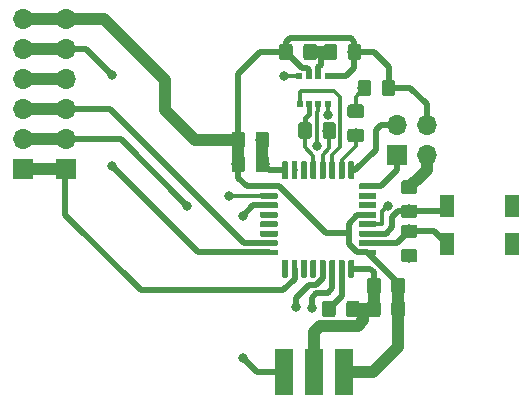
<source format=gtl>
G04 #@! TF.GenerationSoftware,KiCad,Pcbnew,(5.1.4)-1*
G04 #@! TF.CreationDate,2021-09-05T23:12:11+02:00*
G04 #@! TF.ProjectId,BME680,424d4536-3830-42e6-9b69-6361645f7063,A*
G04 #@! TF.SameCoordinates,Original*
G04 #@! TF.FileFunction,Copper,L1,Top*
G04 #@! TF.FilePolarity,Positive*
%FSLAX46Y46*%
G04 Gerber Fmt 4.6, Leading zero omitted, Abs format (unit mm)*
G04 Created by KiCad (PCBNEW (5.1.4)-1) date 2021-09-05 23:12:11*
%MOMM*%
%LPD*%
G04 APERTURE LIST*
%ADD10R,1.700000X1.700000*%
%ADD11O,1.700000X1.700000*%
%ADD12C,0.100000*%
%ADD13C,1.150000*%
%ADD14R,1.524000X4.000000*%
%ADD15C,0.500000*%
%ADD16R,0.500000X0.500000*%
%ADD17R,1.300000X1.900000*%
%ADD18C,0.800000*%
%ADD19C,1.000000*%
%ADD20C,0.500000*%
%ADD21C,0.300000*%
%ADD22C,0.400000*%
G04 APERTURE END LIST*
D10*
X101469400Y-121840600D03*
D11*
X101469400Y-119300600D03*
X101469400Y-116760600D03*
X101469400Y-114220600D03*
X101469400Y-111680600D03*
X101469400Y-109140600D03*
X97837200Y-109140600D03*
X97837200Y-111680600D03*
X97837200Y-114220600D03*
X97837200Y-116760600D03*
X97837200Y-119300600D03*
D10*
X97837200Y-121840600D03*
D12*
G36*
X124145505Y-117865204D02*
G01*
X124169773Y-117868804D01*
X124193572Y-117874765D01*
X124216671Y-117883030D01*
X124238850Y-117893520D01*
X124259893Y-117906132D01*
X124279599Y-117920747D01*
X124297777Y-117937223D01*
X124314253Y-117955401D01*
X124328868Y-117975107D01*
X124341480Y-117996150D01*
X124351970Y-118018329D01*
X124360235Y-118041428D01*
X124366196Y-118065227D01*
X124369796Y-118089495D01*
X124371000Y-118113999D01*
X124371000Y-119014001D01*
X124369796Y-119038505D01*
X124366196Y-119062773D01*
X124360235Y-119086572D01*
X124351970Y-119109671D01*
X124341480Y-119131850D01*
X124328868Y-119152893D01*
X124314253Y-119172599D01*
X124297777Y-119190777D01*
X124279599Y-119207253D01*
X124259893Y-119221868D01*
X124238850Y-119234480D01*
X124216671Y-119244970D01*
X124193572Y-119253235D01*
X124169773Y-119259196D01*
X124145505Y-119262796D01*
X124121001Y-119264000D01*
X123470999Y-119264000D01*
X123446495Y-119262796D01*
X123422227Y-119259196D01*
X123398428Y-119253235D01*
X123375329Y-119244970D01*
X123353150Y-119234480D01*
X123332107Y-119221868D01*
X123312401Y-119207253D01*
X123294223Y-119190777D01*
X123277747Y-119172599D01*
X123263132Y-119152893D01*
X123250520Y-119131850D01*
X123240030Y-119109671D01*
X123231765Y-119086572D01*
X123225804Y-119062773D01*
X123222204Y-119038505D01*
X123221000Y-119014001D01*
X123221000Y-118113999D01*
X123222204Y-118089495D01*
X123225804Y-118065227D01*
X123231765Y-118041428D01*
X123240030Y-118018329D01*
X123250520Y-117996150D01*
X123263132Y-117975107D01*
X123277747Y-117955401D01*
X123294223Y-117937223D01*
X123312401Y-117920747D01*
X123332107Y-117906132D01*
X123353150Y-117893520D01*
X123375329Y-117883030D01*
X123398428Y-117874765D01*
X123422227Y-117868804D01*
X123446495Y-117865204D01*
X123470999Y-117864000D01*
X124121001Y-117864000D01*
X124145505Y-117865204D01*
X124145505Y-117865204D01*
G37*
D13*
X123796000Y-118564000D03*
D12*
G36*
X122095505Y-117865204D02*
G01*
X122119773Y-117868804D01*
X122143572Y-117874765D01*
X122166671Y-117883030D01*
X122188850Y-117893520D01*
X122209893Y-117906132D01*
X122229599Y-117920747D01*
X122247777Y-117937223D01*
X122264253Y-117955401D01*
X122278868Y-117975107D01*
X122291480Y-117996150D01*
X122301970Y-118018329D01*
X122310235Y-118041428D01*
X122316196Y-118065227D01*
X122319796Y-118089495D01*
X122321000Y-118113999D01*
X122321000Y-119014001D01*
X122319796Y-119038505D01*
X122316196Y-119062773D01*
X122310235Y-119086572D01*
X122301970Y-119109671D01*
X122291480Y-119131850D01*
X122278868Y-119152893D01*
X122264253Y-119172599D01*
X122247777Y-119190777D01*
X122229599Y-119207253D01*
X122209893Y-119221868D01*
X122188850Y-119234480D01*
X122166671Y-119244970D01*
X122143572Y-119253235D01*
X122119773Y-119259196D01*
X122095505Y-119262796D01*
X122071001Y-119264000D01*
X121420999Y-119264000D01*
X121396495Y-119262796D01*
X121372227Y-119259196D01*
X121348428Y-119253235D01*
X121325329Y-119244970D01*
X121303150Y-119234480D01*
X121282107Y-119221868D01*
X121262401Y-119207253D01*
X121244223Y-119190777D01*
X121227747Y-119172599D01*
X121213132Y-119152893D01*
X121200520Y-119131850D01*
X121190030Y-119109671D01*
X121181765Y-119086572D01*
X121175804Y-119062773D01*
X121172204Y-119038505D01*
X121171000Y-119014001D01*
X121171000Y-118113999D01*
X121172204Y-118089495D01*
X121175804Y-118065227D01*
X121181765Y-118041428D01*
X121190030Y-118018329D01*
X121200520Y-117996150D01*
X121213132Y-117975107D01*
X121227747Y-117955401D01*
X121244223Y-117937223D01*
X121262401Y-117920747D01*
X121282107Y-117906132D01*
X121303150Y-117893520D01*
X121325329Y-117883030D01*
X121348428Y-117874765D01*
X121372227Y-117868804D01*
X121396495Y-117865204D01*
X121420999Y-117864000D01*
X122071001Y-117864000D01*
X122095505Y-117865204D01*
X122095505Y-117865204D01*
G37*
D13*
X121746000Y-118564000D03*
D12*
G36*
X129158305Y-114258404D02*
G01*
X129182573Y-114262004D01*
X129206372Y-114267965D01*
X129229471Y-114276230D01*
X129251650Y-114286720D01*
X129272693Y-114299332D01*
X129292399Y-114313947D01*
X129310577Y-114330423D01*
X129327053Y-114348601D01*
X129341668Y-114368307D01*
X129354280Y-114389350D01*
X129364770Y-114411529D01*
X129373035Y-114434628D01*
X129378996Y-114458427D01*
X129382596Y-114482695D01*
X129383800Y-114507199D01*
X129383800Y-115407201D01*
X129382596Y-115431705D01*
X129378996Y-115455973D01*
X129373035Y-115479772D01*
X129364770Y-115502871D01*
X129354280Y-115525050D01*
X129341668Y-115546093D01*
X129327053Y-115565799D01*
X129310577Y-115583977D01*
X129292399Y-115600453D01*
X129272693Y-115615068D01*
X129251650Y-115627680D01*
X129229471Y-115638170D01*
X129206372Y-115646435D01*
X129182573Y-115652396D01*
X129158305Y-115655996D01*
X129133801Y-115657200D01*
X128483799Y-115657200D01*
X128459295Y-115655996D01*
X128435027Y-115652396D01*
X128411228Y-115646435D01*
X128388129Y-115638170D01*
X128365950Y-115627680D01*
X128344907Y-115615068D01*
X128325201Y-115600453D01*
X128307023Y-115583977D01*
X128290547Y-115565799D01*
X128275932Y-115546093D01*
X128263320Y-115525050D01*
X128252830Y-115502871D01*
X128244565Y-115479772D01*
X128238604Y-115455973D01*
X128235004Y-115431705D01*
X128233800Y-115407201D01*
X128233800Y-114507199D01*
X128235004Y-114482695D01*
X128238604Y-114458427D01*
X128244565Y-114434628D01*
X128252830Y-114411529D01*
X128263320Y-114389350D01*
X128275932Y-114368307D01*
X128290547Y-114348601D01*
X128307023Y-114330423D01*
X128325201Y-114313947D01*
X128344907Y-114299332D01*
X128365950Y-114286720D01*
X128388129Y-114276230D01*
X128411228Y-114267965D01*
X128435027Y-114262004D01*
X128459295Y-114258404D01*
X128483799Y-114257200D01*
X129133801Y-114257200D01*
X129158305Y-114258404D01*
X129158305Y-114258404D01*
G37*
D13*
X128808800Y-114957200D03*
D12*
G36*
X127108305Y-114258404D02*
G01*
X127132573Y-114262004D01*
X127156372Y-114267965D01*
X127179471Y-114276230D01*
X127201650Y-114286720D01*
X127222693Y-114299332D01*
X127242399Y-114313947D01*
X127260577Y-114330423D01*
X127277053Y-114348601D01*
X127291668Y-114368307D01*
X127304280Y-114389350D01*
X127314770Y-114411529D01*
X127323035Y-114434628D01*
X127328996Y-114458427D01*
X127332596Y-114482695D01*
X127333800Y-114507199D01*
X127333800Y-115407201D01*
X127332596Y-115431705D01*
X127328996Y-115455973D01*
X127323035Y-115479772D01*
X127314770Y-115502871D01*
X127304280Y-115525050D01*
X127291668Y-115546093D01*
X127277053Y-115565799D01*
X127260577Y-115583977D01*
X127242399Y-115600453D01*
X127222693Y-115615068D01*
X127201650Y-115627680D01*
X127179471Y-115638170D01*
X127156372Y-115646435D01*
X127132573Y-115652396D01*
X127108305Y-115655996D01*
X127083801Y-115657200D01*
X126433799Y-115657200D01*
X126409295Y-115655996D01*
X126385027Y-115652396D01*
X126361228Y-115646435D01*
X126338129Y-115638170D01*
X126315950Y-115627680D01*
X126294907Y-115615068D01*
X126275201Y-115600453D01*
X126257023Y-115583977D01*
X126240547Y-115565799D01*
X126225932Y-115546093D01*
X126213320Y-115525050D01*
X126202830Y-115502871D01*
X126194565Y-115479772D01*
X126188604Y-115455973D01*
X126185004Y-115431705D01*
X126183800Y-115407201D01*
X126183800Y-114507199D01*
X126185004Y-114482695D01*
X126188604Y-114458427D01*
X126194565Y-114434628D01*
X126202830Y-114411529D01*
X126213320Y-114389350D01*
X126225932Y-114368307D01*
X126240547Y-114348601D01*
X126257023Y-114330423D01*
X126275201Y-114313947D01*
X126294907Y-114299332D01*
X126315950Y-114286720D01*
X126338129Y-114276230D01*
X126361228Y-114267965D01*
X126385027Y-114262004D01*
X126409295Y-114258404D01*
X126433799Y-114257200D01*
X127083801Y-114257200D01*
X127108305Y-114258404D01*
X127108305Y-114258404D01*
G37*
D13*
X126758800Y-114957200D03*
D12*
G36*
X131026905Y-126524604D02*
G01*
X131051173Y-126528204D01*
X131074972Y-126534165D01*
X131098071Y-126542430D01*
X131120250Y-126552920D01*
X131141293Y-126565532D01*
X131160999Y-126580147D01*
X131179177Y-126596623D01*
X131195653Y-126614801D01*
X131210268Y-126634507D01*
X131222880Y-126655550D01*
X131233370Y-126677729D01*
X131241635Y-126700828D01*
X131247596Y-126724627D01*
X131251196Y-126748895D01*
X131252400Y-126773399D01*
X131252400Y-127423401D01*
X131251196Y-127447905D01*
X131247596Y-127472173D01*
X131241635Y-127495972D01*
X131233370Y-127519071D01*
X131222880Y-127541250D01*
X131210268Y-127562293D01*
X131195653Y-127581999D01*
X131179177Y-127600177D01*
X131160999Y-127616653D01*
X131141293Y-127631268D01*
X131120250Y-127643880D01*
X131098071Y-127654370D01*
X131074972Y-127662635D01*
X131051173Y-127668596D01*
X131026905Y-127672196D01*
X131002401Y-127673400D01*
X130102399Y-127673400D01*
X130077895Y-127672196D01*
X130053627Y-127668596D01*
X130029828Y-127662635D01*
X130006729Y-127654370D01*
X129984550Y-127643880D01*
X129963507Y-127631268D01*
X129943801Y-127616653D01*
X129925623Y-127600177D01*
X129909147Y-127581999D01*
X129894532Y-127562293D01*
X129881920Y-127541250D01*
X129871430Y-127519071D01*
X129863165Y-127495972D01*
X129857204Y-127472173D01*
X129853604Y-127447905D01*
X129852400Y-127423401D01*
X129852400Y-126773399D01*
X129853604Y-126748895D01*
X129857204Y-126724627D01*
X129863165Y-126700828D01*
X129871430Y-126677729D01*
X129881920Y-126655550D01*
X129894532Y-126634507D01*
X129909147Y-126614801D01*
X129925623Y-126596623D01*
X129943801Y-126580147D01*
X129963507Y-126565532D01*
X129984550Y-126552920D01*
X130006729Y-126542430D01*
X130029828Y-126534165D01*
X130053627Y-126528204D01*
X130077895Y-126524604D01*
X130102399Y-126523400D01*
X131002401Y-126523400D01*
X131026905Y-126524604D01*
X131026905Y-126524604D01*
G37*
D13*
X130552400Y-127098400D03*
D12*
G36*
X131026905Y-128574604D02*
G01*
X131051173Y-128578204D01*
X131074972Y-128584165D01*
X131098071Y-128592430D01*
X131120250Y-128602920D01*
X131141293Y-128615532D01*
X131160999Y-128630147D01*
X131179177Y-128646623D01*
X131195653Y-128664801D01*
X131210268Y-128684507D01*
X131222880Y-128705550D01*
X131233370Y-128727729D01*
X131241635Y-128750828D01*
X131247596Y-128774627D01*
X131251196Y-128798895D01*
X131252400Y-128823399D01*
X131252400Y-129473401D01*
X131251196Y-129497905D01*
X131247596Y-129522173D01*
X131241635Y-129545972D01*
X131233370Y-129569071D01*
X131222880Y-129591250D01*
X131210268Y-129612293D01*
X131195653Y-129631999D01*
X131179177Y-129650177D01*
X131160999Y-129666653D01*
X131141293Y-129681268D01*
X131120250Y-129693880D01*
X131098071Y-129704370D01*
X131074972Y-129712635D01*
X131051173Y-129718596D01*
X131026905Y-129722196D01*
X131002401Y-129723400D01*
X130102399Y-129723400D01*
X130077895Y-129722196D01*
X130053627Y-129718596D01*
X130029828Y-129712635D01*
X130006729Y-129704370D01*
X129984550Y-129693880D01*
X129963507Y-129681268D01*
X129943801Y-129666653D01*
X129925623Y-129650177D01*
X129909147Y-129631999D01*
X129894532Y-129612293D01*
X129881920Y-129591250D01*
X129871430Y-129569071D01*
X129863165Y-129545972D01*
X129857204Y-129522173D01*
X129853604Y-129497905D01*
X129852400Y-129473401D01*
X129852400Y-128823399D01*
X129853604Y-128798895D01*
X129857204Y-128774627D01*
X129863165Y-128750828D01*
X129871430Y-128727729D01*
X129881920Y-128705550D01*
X129894532Y-128684507D01*
X129909147Y-128664801D01*
X129925623Y-128646623D01*
X129943801Y-128630147D01*
X129963507Y-128615532D01*
X129984550Y-128602920D01*
X130006729Y-128592430D01*
X130029828Y-128584165D01*
X130053627Y-128578204D01*
X130077895Y-128574604D01*
X130102399Y-128573400D01*
X131002401Y-128573400D01*
X131026905Y-128574604D01*
X131026905Y-128574604D01*
G37*
D13*
X130552400Y-129148400D03*
D12*
G36*
X127930105Y-131022404D02*
G01*
X127954373Y-131026004D01*
X127978172Y-131031965D01*
X128001271Y-131040230D01*
X128023450Y-131050720D01*
X128044493Y-131063332D01*
X128064199Y-131077947D01*
X128082377Y-131094423D01*
X128098853Y-131112601D01*
X128113468Y-131132307D01*
X128126080Y-131153350D01*
X128136570Y-131175529D01*
X128144835Y-131198628D01*
X128150796Y-131222427D01*
X128154396Y-131246695D01*
X128155600Y-131271199D01*
X128155600Y-132171201D01*
X128154396Y-132195705D01*
X128150796Y-132219973D01*
X128144835Y-132243772D01*
X128136570Y-132266871D01*
X128126080Y-132289050D01*
X128113468Y-132310093D01*
X128098853Y-132329799D01*
X128082377Y-132347977D01*
X128064199Y-132364453D01*
X128044493Y-132379068D01*
X128023450Y-132391680D01*
X128001271Y-132402170D01*
X127978172Y-132410435D01*
X127954373Y-132416396D01*
X127930105Y-132419996D01*
X127905601Y-132421200D01*
X127255599Y-132421200D01*
X127231095Y-132419996D01*
X127206827Y-132416396D01*
X127183028Y-132410435D01*
X127159929Y-132402170D01*
X127137750Y-132391680D01*
X127116707Y-132379068D01*
X127097001Y-132364453D01*
X127078823Y-132347977D01*
X127062347Y-132329799D01*
X127047732Y-132310093D01*
X127035120Y-132289050D01*
X127024630Y-132266871D01*
X127016365Y-132243772D01*
X127010404Y-132219973D01*
X127006804Y-132195705D01*
X127005600Y-132171201D01*
X127005600Y-131271199D01*
X127006804Y-131246695D01*
X127010404Y-131222427D01*
X127016365Y-131198628D01*
X127024630Y-131175529D01*
X127035120Y-131153350D01*
X127047732Y-131132307D01*
X127062347Y-131112601D01*
X127078823Y-131094423D01*
X127097001Y-131077947D01*
X127116707Y-131063332D01*
X127137750Y-131050720D01*
X127159929Y-131040230D01*
X127183028Y-131031965D01*
X127206827Y-131026004D01*
X127231095Y-131022404D01*
X127255599Y-131021200D01*
X127905601Y-131021200D01*
X127930105Y-131022404D01*
X127930105Y-131022404D01*
G37*
D13*
X127580600Y-131721200D03*
D12*
G36*
X129980105Y-131022404D02*
G01*
X130004373Y-131026004D01*
X130028172Y-131031965D01*
X130051271Y-131040230D01*
X130073450Y-131050720D01*
X130094493Y-131063332D01*
X130114199Y-131077947D01*
X130132377Y-131094423D01*
X130148853Y-131112601D01*
X130163468Y-131132307D01*
X130176080Y-131153350D01*
X130186570Y-131175529D01*
X130194835Y-131198628D01*
X130200796Y-131222427D01*
X130204396Y-131246695D01*
X130205600Y-131271199D01*
X130205600Y-132171201D01*
X130204396Y-132195705D01*
X130200796Y-132219973D01*
X130194835Y-132243772D01*
X130186570Y-132266871D01*
X130176080Y-132289050D01*
X130163468Y-132310093D01*
X130148853Y-132329799D01*
X130132377Y-132347977D01*
X130114199Y-132364453D01*
X130094493Y-132379068D01*
X130073450Y-132391680D01*
X130051271Y-132402170D01*
X130028172Y-132410435D01*
X130004373Y-132416396D01*
X129980105Y-132419996D01*
X129955601Y-132421200D01*
X129305599Y-132421200D01*
X129281095Y-132419996D01*
X129256827Y-132416396D01*
X129233028Y-132410435D01*
X129209929Y-132402170D01*
X129187750Y-132391680D01*
X129166707Y-132379068D01*
X129147001Y-132364453D01*
X129128823Y-132347977D01*
X129112347Y-132329799D01*
X129097732Y-132310093D01*
X129085120Y-132289050D01*
X129074630Y-132266871D01*
X129066365Y-132243772D01*
X129060404Y-132219973D01*
X129056804Y-132195705D01*
X129055600Y-132171201D01*
X129055600Y-131271199D01*
X129056804Y-131246695D01*
X129060404Y-131222427D01*
X129066365Y-131198628D01*
X129074630Y-131175529D01*
X129085120Y-131153350D01*
X129097732Y-131132307D01*
X129112347Y-131112601D01*
X129128823Y-131094423D01*
X129147001Y-131077947D01*
X129166707Y-131063332D01*
X129187750Y-131050720D01*
X129209929Y-131040230D01*
X129233028Y-131031965D01*
X129256827Y-131026004D01*
X129281095Y-131022404D01*
X129305599Y-131021200D01*
X129955601Y-131021200D01*
X129980105Y-131022404D01*
X129980105Y-131022404D01*
G37*
D13*
X129630600Y-131721200D03*
D12*
G36*
X126505705Y-116355604D02*
G01*
X126529973Y-116359204D01*
X126553772Y-116365165D01*
X126576871Y-116373430D01*
X126599050Y-116383920D01*
X126620093Y-116396532D01*
X126639799Y-116411147D01*
X126657977Y-116427623D01*
X126674453Y-116445801D01*
X126689068Y-116465507D01*
X126701680Y-116486550D01*
X126712170Y-116508729D01*
X126720435Y-116531828D01*
X126726396Y-116555627D01*
X126729996Y-116579895D01*
X126731200Y-116604399D01*
X126731200Y-117254401D01*
X126729996Y-117278905D01*
X126726396Y-117303173D01*
X126720435Y-117326972D01*
X126712170Y-117350071D01*
X126701680Y-117372250D01*
X126689068Y-117393293D01*
X126674453Y-117412999D01*
X126657977Y-117431177D01*
X126639799Y-117447653D01*
X126620093Y-117462268D01*
X126599050Y-117474880D01*
X126576871Y-117485370D01*
X126553772Y-117493635D01*
X126529973Y-117499596D01*
X126505705Y-117503196D01*
X126481201Y-117504400D01*
X125581199Y-117504400D01*
X125556695Y-117503196D01*
X125532427Y-117499596D01*
X125508628Y-117493635D01*
X125485529Y-117485370D01*
X125463350Y-117474880D01*
X125442307Y-117462268D01*
X125422601Y-117447653D01*
X125404423Y-117431177D01*
X125387947Y-117412999D01*
X125373332Y-117393293D01*
X125360720Y-117372250D01*
X125350230Y-117350071D01*
X125341965Y-117326972D01*
X125336004Y-117303173D01*
X125332404Y-117278905D01*
X125331200Y-117254401D01*
X125331200Y-116604399D01*
X125332404Y-116579895D01*
X125336004Y-116555627D01*
X125341965Y-116531828D01*
X125350230Y-116508729D01*
X125360720Y-116486550D01*
X125373332Y-116465507D01*
X125387947Y-116445801D01*
X125404423Y-116427623D01*
X125422601Y-116411147D01*
X125442307Y-116396532D01*
X125463350Y-116383920D01*
X125485529Y-116373430D01*
X125508628Y-116365165D01*
X125532427Y-116359204D01*
X125556695Y-116355604D01*
X125581199Y-116354400D01*
X126481201Y-116354400D01*
X126505705Y-116355604D01*
X126505705Y-116355604D01*
G37*
D13*
X126031200Y-116929400D03*
D12*
G36*
X126505705Y-118405604D02*
G01*
X126529973Y-118409204D01*
X126553772Y-118415165D01*
X126576871Y-118423430D01*
X126599050Y-118433920D01*
X126620093Y-118446532D01*
X126639799Y-118461147D01*
X126657977Y-118477623D01*
X126674453Y-118495801D01*
X126689068Y-118515507D01*
X126701680Y-118536550D01*
X126712170Y-118558729D01*
X126720435Y-118581828D01*
X126726396Y-118605627D01*
X126729996Y-118629895D01*
X126731200Y-118654399D01*
X126731200Y-119304401D01*
X126729996Y-119328905D01*
X126726396Y-119353173D01*
X126720435Y-119376972D01*
X126712170Y-119400071D01*
X126701680Y-119422250D01*
X126689068Y-119443293D01*
X126674453Y-119462999D01*
X126657977Y-119481177D01*
X126639799Y-119497653D01*
X126620093Y-119512268D01*
X126599050Y-119524880D01*
X126576871Y-119535370D01*
X126553772Y-119543635D01*
X126529973Y-119549596D01*
X126505705Y-119553196D01*
X126481201Y-119554400D01*
X125581199Y-119554400D01*
X125556695Y-119553196D01*
X125532427Y-119549596D01*
X125508628Y-119543635D01*
X125485529Y-119535370D01*
X125463350Y-119524880D01*
X125442307Y-119512268D01*
X125422601Y-119497653D01*
X125404423Y-119481177D01*
X125387947Y-119462999D01*
X125373332Y-119443293D01*
X125360720Y-119422250D01*
X125350230Y-119400071D01*
X125341965Y-119376972D01*
X125336004Y-119353173D01*
X125332404Y-119328905D01*
X125331200Y-119304401D01*
X125331200Y-118654399D01*
X125332404Y-118629895D01*
X125336004Y-118605627D01*
X125341965Y-118581828D01*
X125350230Y-118558729D01*
X125360720Y-118536550D01*
X125373332Y-118515507D01*
X125387947Y-118495801D01*
X125404423Y-118477623D01*
X125422601Y-118461147D01*
X125442307Y-118446532D01*
X125463350Y-118433920D01*
X125485529Y-118423430D01*
X125508628Y-118415165D01*
X125532427Y-118409204D01*
X125556695Y-118405604D01*
X125581199Y-118404400D01*
X126481201Y-118404400D01*
X126505705Y-118405604D01*
X126505705Y-118405604D01*
G37*
D13*
X126031200Y-118979400D03*
D12*
G36*
X131026905Y-124831804D02*
G01*
X131051173Y-124835404D01*
X131074972Y-124841365D01*
X131098071Y-124849630D01*
X131120250Y-124860120D01*
X131141293Y-124872732D01*
X131160999Y-124887347D01*
X131179177Y-124903823D01*
X131195653Y-124922001D01*
X131210268Y-124941707D01*
X131222880Y-124962750D01*
X131233370Y-124984929D01*
X131241635Y-125008028D01*
X131247596Y-125031827D01*
X131251196Y-125056095D01*
X131252400Y-125080599D01*
X131252400Y-125730601D01*
X131251196Y-125755105D01*
X131247596Y-125779373D01*
X131241635Y-125803172D01*
X131233370Y-125826271D01*
X131222880Y-125848450D01*
X131210268Y-125869493D01*
X131195653Y-125889199D01*
X131179177Y-125907377D01*
X131160999Y-125923853D01*
X131141293Y-125938468D01*
X131120250Y-125951080D01*
X131098071Y-125961570D01*
X131074972Y-125969835D01*
X131051173Y-125975796D01*
X131026905Y-125979396D01*
X131002401Y-125980600D01*
X130102399Y-125980600D01*
X130077895Y-125979396D01*
X130053627Y-125975796D01*
X130029828Y-125969835D01*
X130006729Y-125961570D01*
X129984550Y-125951080D01*
X129963507Y-125938468D01*
X129943801Y-125923853D01*
X129925623Y-125907377D01*
X129909147Y-125889199D01*
X129894532Y-125869493D01*
X129881920Y-125848450D01*
X129871430Y-125826271D01*
X129863165Y-125803172D01*
X129857204Y-125779373D01*
X129853604Y-125755105D01*
X129852400Y-125730601D01*
X129852400Y-125080599D01*
X129853604Y-125056095D01*
X129857204Y-125031827D01*
X129863165Y-125008028D01*
X129871430Y-124984929D01*
X129881920Y-124962750D01*
X129894532Y-124941707D01*
X129909147Y-124922001D01*
X129925623Y-124903823D01*
X129943801Y-124887347D01*
X129963507Y-124872732D01*
X129984550Y-124860120D01*
X130006729Y-124849630D01*
X130029828Y-124841365D01*
X130053627Y-124835404D01*
X130077895Y-124831804D01*
X130102399Y-124830600D01*
X131002401Y-124830600D01*
X131026905Y-124831804D01*
X131026905Y-124831804D01*
G37*
D13*
X130552400Y-125405600D03*
D12*
G36*
X131026905Y-122781804D02*
G01*
X131051173Y-122785404D01*
X131074972Y-122791365D01*
X131098071Y-122799630D01*
X131120250Y-122810120D01*
X131141293Y-122822732D01*
X131160999Y-122837347D01*
X131179177Y-122853823D01*
X131195653Y-122872001D01*
X131210268Y-122891707D01*
X131222880Y-122912750D01*
X131233370Y-122934929D01*
X131241635Y-122958028D01*
X131247596Y-122981827D01*
X131251196Y-123006095D01*
X131252400Y-123030599D01*
X131252400Y-123680601D01*
X131251196Y-123705105D01*
X131247596Y-123729373D01*
X131241635Y-123753172D01*
X131233370Y-123776271D01*
X131222880Y-123798450D01*
X131210268Y-123819493D01*
X131195653Y-123839199D01*
X131179177Y-123857377D01*
X131160999Y-123873853D01*
X131141293Y-123888468D01*
X131120250Y-123901080D01*
X131098071Y-123911570D01*
X131074972Y-123919835D01*
X131051173Y-123925796D01*
X131026905Y-123929396D01*
X131002401Y-123930600D01*
X130102399Y-123930600D01*
X130077895Y-123929396D01*
X130053627Y-123925796D01*
X130029828Y-123919835D01*
X130006729Y-123911570D01*
X129984550Y-123901080D01*
X129963507Y-123888468D01*
X129943801Y-123873853D01*
X129925623Y-123857377D01*
X129909147Y-123839199D01*
X129894532Y-123819493D01*
X129881920Y-123798450D01*
X129871430Y-123776271D01*
X129863165Y-123753172D01*
X129857204Y-123729373D01*
X129853604Y-123705105D01*
X129852400Y-123680601D01*
X129852400Y-123030599D01*
X129853604Y-123006095D01*
X129857204Y-122981827D01*
X129863165Y-122958028D01*
X129871430Y-122934929D01*
X129881920Y-122912750D01*
X129894532Y-122891707D01*
X129909147Y-122872001D01*
X129925623Y-122853823D01*
X129943801Y-122837347D01*
X129963507Y-122822732D01*
X129984550Y-122810120D01*
X130006729Y-122799630D01*
X130029828Y-122791365D01*
X130053627Y-122785404D01*
X130077895Y-122781804D01*
X130102399Y-122780600D01*
X131002401Y-122780600D01*
X131026905Y-122781804D01*
X131026905Y-122781804D01*
G37*
D13*
X130552400Y-123355600D03*
D12*
G36*
X127921105Y-132978204D02*
G01*
X127945373Y-132981804D01*
X127969172Y-132987765D01*
X127992271Y-132996030D01*
X128014450Y-133006520D01*
X128035493Y-133019132D01*
X128055199Y-133033747D01*
X128073377Y-133050223D01*
X128089853Y-133068401D01*
X128104468Y-133088107D01*
X128117080Y-133109150D01*
X128127570Y-133131329D01*
X128135835Y-133154428D01*
X128141796Y-133178227D01*
X128145396Y-133202495D01*
X128146600Y-133226999D01*
X128146600Y-134127001D01*
X128145396Y-134151505D01*
X128141796Y-134175773D01*
X128135835Y-134199572D01*
X128127570Y-134222671D01*
X128117080Y-134244850D01*
X128104468Y-134265893D01*
X128089853Y-134285599D01*
X128073377Y-134303777D01*
X128055199Y-134320253D01*
X128035493Y-134334868D01*
X128014450Y-134347480D01*
X127992271Y-134357970D01*
X127969172Y-134366235D01*
X127945373Y-134372196D01*
X127921105Y-134375796D01*
X127896601Y-134377000D01*
X127246599Y-134377000D01*
X127222095Y-134375796D01*
X127197827Y-134372196D01*
X127174028Y-134366235D01*
X127150929Y-134357970D01*
X127128750Y-134347480D01*
X127107707Y-134334868D01*
X127088001Y-134320253D01*
X127069823Y-134303777D01*
X127053347Y-134285599D01*
X127038732Y-134265893D01*
X127026120Y-134244850D01*
X127015630Y-134222671D01*
X127007365Y-134199572D01*
X127001404Y-134175773D01*
X126997804Y-134151505D01*
X126996600Y-134127001D01*
X126996600Y-133226999D01*
X126997804Y-133202495D01*
X127001404Y-133178227D01*
X127007365Y-133154428D01*
X127015630Y-133131329D01*
X127026120Y-133109150D01*
X127038732Y-133088107D01*
X127053347Y-133068401D01*
X127069823Y-133050223D01*
X127088001Y-133033747D01*
X127107707Y-133019132D01*
X127128750Y-133006520D01*
X127150929Y-132996030D01*
X127174028Y-132987765D01*
X127197827Y-132981804D01*
X127222095Y-132978204D01*
X127246599Y-132977000D01*
X127896601Y-132977000D01*
X127921105Y-132978204D01*
X127921105Y-132978204D01*
G37*
D13*
X127571600Y-133677000D03*
D12*
G36*
X129971105Y-132978204D02*
G01*
X129995373Y-132981804D01*
X130019172Y-132987765D01*
X130042271Y-132996030D01*
X130064450Y-133006520D01*
X130085493Y-133019132D01*
X130105199Y-133033747D01*
X130123377Y-133050223D01*
X130139853Y-133068401D01*
X130154468Y-133088107D01*
X130167080Y-133109150D01*
X130177570Y-133131329D01*
X130185835Y-133154428D01*
X130191796Y-133178227D01*
X130195396Y-133202495D01*
X130196600Y-133226999D01*
X130196600Y-134127001D01*
X130195396Y-134151505D01*
X130191796Y-134175773D01*
X130185835Y-134199572D01*
X130177570Y-134222671D01*
X130167080Y-134244850D01*
X130154468Y-134265893D01*
X130139853Y-134285599D01*
X130123377Y-134303777D01*
X130105199Y-134320253D01*
X130085493Y-134334868D01*
X130064450Y-134347480D01*
X130042271Y-134357970D01*
X130019172Y-134366235D01*
X129995373Y-134372196D01*
X129971105Y-134375796D01*
X129946601Y-134377000D01*
X129296599Y-134377000D01*
X129272095Y-134375796D01*
X129247827Y-134372196D01*
X129224028Y-134366235D01*
X129200929Y-134357970D01*
X129178750Y-134347480D01*
X129157707Y-134334868D01*
X129138001Y-134320253D01*
X129119823Y-134303777D01*
X129103347Y-134285599D01*
X129088732Y-134265893D01*
X129076120Y-134244850D01*
X129065630Y-134222671D01*
X129057365Y-134199572D01*
X129051404Y-134175773D01*
X129047804Y-134151505D01*
X129046600Y-134127001D01*
X129046600Y-133226999D01*
X129047804Y-133202495D01*
X129051404Y-133178227D01*
X129057365Y-133154428D01*
X129065630Y-133131329D01*
X129076120Y-133109150D01*
X129088732Y-133088107D01*
X129103347Y-133068401D01*
X129119823Y-133050223D01*
X129138001Y-133033747D01*
X129157707Y-133019132D01*
X129178750Y-133006520D01*
X129200929Y-132996030D01*
X129224028Y-132987765D01*
X129247827Y-132981804D01*
X129272095Y-132978204D01*
X129296599Y-132977000D01*
X129946601Y-132977000D01*
X129971105Y-132978204D01*
X129971105Y-132978204D01*
G37*
D13*
X129621600Y-133677000D03*
D12*
G36*
X118473905Y-118652604D02*
G01*
X118498173Y-118656204D01*
X118521972Y-118662165D01*
X118545071Y-118670430D01*
X118567250Y-118680920D01*
X118588293Y-118693532D01*
X118607999Y-118708147D01*
X118626177Y-118724623D01*
X118642653Y-118742801D01*
X118657268Y-118762507D01*
X118669880Y-118783550D01*
X118680370Y-118805729D01*
X118688635Y-118828828D01*
X118694596Y-118852627D01*
X118698196Y-118876895D01*
X118699400Y-118901399D01*
X118699400Y-119801401D01*
X118698196Y-119825905D01*
X118694596Y-119850173D01*
X118688635Y-119873972D01*
X118680370Y-119897071D01*
X118669880Y-119919250D01*
X118657268Y-119940293D01*
X118642653Y-119959999D01*
X118626177Y-119978177D01*
X118607999Y-119994653D01*
X118588293Y-120009268D01*
X118567250Y-120021880D01*
X118545071Y-120032370D01*
X118521972Y-120040635D01*
X118498173Y-120046596D01*
X118473905Y-120050196D01*
X118449401Y-120051400D01*
X117799399Y-120051400D01*
X117774895Y-120050196D01*
X117750627Y-120046596D01*
X117726828Y-120040635D01*
X117703729Y-120032370D01*
X117681550Y-120021880D01*
X117660507Y-120009268D01*
X117640801Y-119994653D01*
X117622623Y-119978177D01*
X117606147Y-119959999D01*
X117591532Y-119940293D01*
X117578920Y-119919250D01*
X117568430Y-119897071D01*
X117560165Y-119873972D01*
X117554204Y-119850173D01*
X117550604Y-119825905D01*
X117549400Y-119801401D01*
X117549400Y-118901399D01*
X117550604Y-118876895D01*
X117554204Y-118852627D01*
X117560165Y-118828828D01*
X117568430Y-118805729D01*
X117578920Y-118783550D01*
X117591532Y-118762507D01*
X117606147Y-118742801D01*
X117622623Y-118724623D01*
X117640801Y-118708147D01*
X117660507Y-118693532D01*
X117681550Y-118680920D01*
X117703729Y-118670430D01*
X117726828Y-118662165D01*
X117750627Y-118656204D01*
X117774895Y-118652604D01*
X117799399Y-118651400D01*
X118449401Y-118651400D01*
X118473905Y-118652604D01*
X118473905Y-118652604D01*
G37*
D13*
X118124400Y-119351400D03*
D12*
G36*
X116423905Y-118652604D02*
G01*
X116448173Y-118656204D01*
X116471972Y-118662165D01*
X116495071Y-118670430D01*
X116517250Y-118680920D01*
X116538293Y-118693532D01*
X116557999Y-118708147D01*
X116576177Y-118724623D01*
X116592653Y-118742801D01*
X116607268Y-118762507D01*
X116619880Y-118783550D01*
X116630370Y-118805729D01*
X116638635Y-118828828D01*
X116644596Y-118852627D01*
X116648196Y-118876895D01*
X116649400Y-118901399D01*
X116649400Y-119801401D01*
X116648196Y-119825905D01*
X116644596Y-119850173D01*
X116638635Y-119873972D01*
X116630370Y-119897071D01*
X116619880Y-119919250D01*
X116607268Y-119940293D01*
X116592653Y-119959999D01*
X116576177Y-119978177D01*
X116557999Y-119994653D01*
X116538293Y-120009268D01*
X116517250Y-120021880D01*
X116495071Y-120032370D01*
X116471972Y-120040635D01*
X116448173Y-120046596D01*
X116423905Y-120050196D01*
X116399401Y-120051400D01*
X115749399Y-120051400D01*
X115724895Y-120050196D01*
X115700627Y-120046596D01*
X115676828Y-120040635D01*
X115653729Y-120032370D01*
X115631550Y-120021880D01*
X115610507Y-120009268D01*
X115590801Y-119994653D01*
X115572623Y-119978177D01*
X115556147Y-119959999D01*
X115541532Y-119940293D01*
X115528920Y-119919250D01*
X115518430Y-119897071D01*
X115510165Y-119873972D01*
X115504204Y-119850173D01*
X115500604Y-119825905D01*
X115499400Y-119801401D01*
X115499400Y-118901399D01*
X115500604Y-118876895D01*
X115504204Y-118852627D01*
X115510165Y-118828828D01*
X115518430Y-118805729D01*
X115528920Y-118783550D01*
X115541532Y-118762507D01*
X115556147Y-118742801D01*
X115572623Y-118724623D01*
X115590801Y-118708147D01*
X115610507Y-118693532D01*
X115631550Y-118680920D01*
X115653729Y-118670430D01*
X115676828Y-118662165D01*
X115700627Y-118656204D01*
X115724895Y-118652604D01*
X115749399Y-118651400D01*
X116399401Y-118651400D01*
X116423905Y-118652604D01*
X116423905Y-118652604D01*
G37*
D13*
X116074400Y-119351400D03*
D12*
G36*
X116440305Y-120710004D02*
G01*
X116464573Y-120713604D01*
X116488372Y-120719565D01*
X116511471Y-120727830D01*
X116533650Y-120738320D01*
X116554693Y-120750932D01*
X116574399Y-120765547D01*
X116592577Y-120782023D01*
X116609053Y-120800201D01*
X116623668Y-120819907D01*
X116636280Y-120840950D01*
X116646770Y-120863129D01*
X116655035Y-120886228D01*
X116660996Y-120910027D01*
X116664596Y-120934295D01*
X116665800Y-120958799D01*
X116665800Y-121858801D01*
X116664596Y-121883305D01*
X116660996Y-121907573D01*
X116655035Y-121931372D01*
X116646770Y-121954471D01*
X116636280Y-121976650D01*
X116623668Y-121997693D01*
X116609053Y-122017399D01*
X116592577Y-122035577D01*
X116574399Y-122052053D01*
X116554693Y-122066668D01*
X116533650Y-122079280D01*
X116511471Y-122089770D01*
X116488372Y-122098035D01*
X116464573Y-122103996D01*
X116440305Y-122107596D01*
X116415801Y-122108800D01*
X115765799Y-122108800D01*
X115741295Y-122107596D01*
X115717027Y-122103996D01*
X115693228Y-122098035D01*
X115670129Y-122089770D01*
X115647950Y-122079280D01*
X115626907Y-122066668D01*
X115607201Y-122052053D01*
X115589023Y-122035577D01*
X115572547Y-122017399D01*
X115557932Y-121997693D01*
X115545320Y-121976650D01*
X115534830Y-121954471D01*
X115526565Y-121931372D01*
X115520604Y-121907573D01*
X115517004Y-121883305D01*
X115515800Y-121858801D01*
X115515800Y-120958799D01*
X115517004Y-120934295D01*
X115520604Y-120910027D01*
X115526565Y-120886228D01*
X115534830Y-120863129D01*
X115545320Y-120840950D01*
X115557932Y-120819907D01*
X115572547Y-120800201D01*
X115589023Y-120782023D01*
X115607201Y-120765547D01*
X115626907Y-120750932D01*
X115647950Y-120738320D01*
X115670129Y-120727830D01*
X115693228Y-120719565D01*
X115717027Y-120713604D01*
X115741295Y-120710004D01*
X115765799Y-120708800D01*
X116415801Y-120708800D01*
X116440305Y-120710004D01*
X116440305Y-120710004D01*
G37*
D13*
X116090800Y-121408800D03*
D12*
G36*
X118490305Y-120710004D02*
G01*
X118514573Y-120713604D01*
X118538372Y-120719565D01*
X118561471Y-120727830D01*
X118583650Y-120738320D01*
X118604693Y-120750932D01*
X118624399Y-120765547D01*
X118642577Y-120782023D01*
X118659053Y-120800201D01*
X118673668Y-120819907D01*
X118686280Y-120840950D01*
X118696770Y-120863129D01*
X118705035Y-120886228D01*
X118710996Y-120910027D01*
X118714596Y-120934295D01*
X118715800Y-120958799D01*
X118715800Y-121858801D01*
X118714596Y-121883305D01*
X118710996Y-121907573D01*
X118705035Y-121931372D01*
X118696770Y-121954471D01*
X118686280Y-121976650D01*
X118673668Y-121997693D01*
X118659053Y-122017399D01*
X118642577Y-122035577D01*
X118624399Y-122052053D01*
X118604693Y-122066668D01*
X118583650Y-122079280D01*
X118561471Y-122089770D01*
X118538372Y-122098035D01*
X118514573Y-122103996D01*
X118490305Y-122107596D01*
X118465801Y-122108800D01*
X117815799Y-122108800D01*
X117791295Y-122107596D01*
X117767027Y-122103996D01*
X117743228Y-122098035D01*
X117720129Y-122089770D01*
X117697950Y-122079280D01*
X117676907Y-122066668D01*
X117657201Y-122052053D01*
X117639023Y-122035577D01*
X117622547Y-122017399D01*
X117607932Y-121997693D01*
X117595320Y-121976650D01*
X117584830Y-121954471D01*
X117576565Y-121931372D01*
X117570604Y-121907573D01*
X117567004Y-121883305D01*
X117565800Y-121858801D01*
X117565800Y-120958799D01*
X117567004Y-120934295D01*
X117570604Y-120910027D01*
X117576565Y-120886228D01*
X117584830Y-120863129D01*
X117595320Y-120840950D01*
X117607932Y-120819907D01*
X117622547Y-120800201D01*
X117639023Y-120782023D01*
X117657201Y-120765547D01*
X117676907Y-120750932D01*
X117697950Y-120738320D01*
X117720129Y-120727830D01*
X117743228Y-120719565D01*
X117767027Y-120713604D01*
X117791295Y-120710004D01*
X117815799Y-120708800D01*
X118465801Y-120708800D01*
X118490305Y-120710004D01*
X118490305Y-120710004D01*
G37*
D13*
X118140800Y-121408800D03*
D12*
G36*
X120469905Y-111210404D02*
G01*
X120494173Y-111214004D01*
X120517972Y-111219965D01*
X120541071Y-111228230D01*
X120563250Y-111238720D01*
X120584293Y-111251332D01*
X120603999Y-111265947D01*
X120622177Y-111282423D01*
X120638653Y-111300601D01*
X120653268Y-111320307D01*
X120665880Y-111341350D01*
X120676370Y-111363529D01*
X120684635Y-111386628D01*
X120690596Y-111410427D01*
X120694196Y-111434695D01*
X120695400Y-111459199D01*
X120695400Y-112359201D01*
X120694196Y-112383705D01*
X120690596Y-112407973D01*
X120684635Y-112431772D01*
X120676370Y-112454871D01*
X120665880Y-112477050D01*
X120653268Y-112498093D01*
X120638653Y-112517799D01*
X120622177Y-112535977D01*
X120603999Y-112552453D01*
X120584293Y-112567068D01*
X120563250Y-112579680D01*
X120541071Y-112590170D01*
X120517972Y-112598435D01*
X120494173Y-112604396D01*
X120469905Y-112607996D01*
X120445401Y-112609200D01*
X119795399Y-112609200D01*
X119770895Y-112607996D01*
X119746627Y-112604396D01*
X119722828Y-112598435D01*
X119699729Y-112590170D01*
X119677550Y-112579680D01*
X119656507Y-112567068D01*
X119636801Y-112552453D01*
X119618623Y-112535977D01*
X119602147Y-112517799D01*
X119587532Y-112498093D01*
X119574920Y-112477050D01*
X119564430Y-112454871D01*
X119556165Y-112431772D01*
X119550204Y-112407973D01*
X119546604Y-112383705D01*
X119545400Y-112359201D01*
X119545400Y-111459199D01*
X119546604Y-111434695D01*
X119550204Y-111410427D01*
X119556165Y-111386628D01*
X119564430Y-111363529D01*
X119574920Y-111341350D01*
X119587532Y-111320307D01*
X119602147Y-111300601D01*
X119618623Y-111282423D01*
X119636801Y-111265947D01*
X119656507Y-111251332D01*
X119677550Y-111238720D01*
X119699729Y-111228230D01*
X119722828Y-111219965D01*
X119746627Y-111214004D01*
X119770895Y-111210404D01*
X119795399Y-111209200D01*
X120445401Y-111209200D01*
X120469905Y-111210404D01*
X120469905Y-111210404D01*
G37*
D13*
X120120400Y-111909200D03*
D12*
G36*
X122519905Y-111210404D02*
G01*
X122544173Y-111214004D01*
X122567972Y-111219965D01*
X122591071Y-111228230D01*
X122613250Y-111238720D01*
X122634293Y-111251332D01*
X122653999Y-111265947D01*
X122672177Y-111282423D01*
X122688653Y-111300601D01*
X122703268Y-111320307D01*
X122715880Y-111341350D01*
X122726370Y-111363529D01*
X122734635Y-111386628D01*
X122740596Y-111410427D01*
X122744196Y-111434695D01*
X122745400Y-111459199D01*
X122745400Y-112359201D01*
X122744196Y-112383705D01*
X122740596Y-112407973D01*
X122734635Y-112431772D01*
X122726370Y-112454871D01*
X122715880Y-112477050D01*
X122703268Y-112498093D01*
X122688653Y-112517799D01*
X122672177Y-112535977D01*
X122653999Y-112552453D01*
X122634293Y-112567068D01*
X122613250Y-112579680D01*
X122591071Y-112590170D01*
X122567972Y-112598435D01*
X122544173Y-112604396D01*
X122519905Y-112607996D01*
X122495401Y-112609200D01*
X121845399Y-112609200D01*
X121820895Y-112607996D01*
X121796627Y-112604396D01*
X121772828Y-112598435D01*
X121749729Y-112590170D01*
X121727550Y-112579680D01*
X121706507Y-112567068D01*
X121686801Y-112552453D01*
X121668623Y-112535977D01*
X121652147Y-112517799D01*
X121637532Y-112498093D01*
X121624920Y-112477050D01*
X121614430Y-112454871D01*
X121606165Y-112431772D01*
X121600204Y-112407973D01*
X121596604Y-112383705D01*
X121595400Y-112359201D01*
X121595400Y-111459199D01*
X121596604Y-111434695D01*
X121600204Y-111410427D01*
X121606165Y-111386628D01*
X121614430Y-111363529D01*
X121624920Y-111341350D01*
X121637532Y-111320307D01*
X121652147Y-111300601D01*
X121668623Y-111282423D01*
X121686801Y-111265947D01*
X121706507Y-111251332D01*
X121727550Y-111238720D01*
X121749729Y-111228230D01*
X121772828Y-111219965D01*
X121796627Y-111214004D01*
X121820895Y-111210404D01*
X121845399Y-111209200D01*
X122495401Y-111209200D01*
X122519905Y-111210404D01*
X122519905Y-111210404D01*
G37*
D13*
X122170400Y-111909200D03*
D12*
G36*
X124221705Y-111210404D02*
G01*
X124245973Y-111214004D01*
X124269772Y-111219965D01*
X124292871Y-111228230D01*
X124315050Y-111238720D01*
X124336093Y-111251332D01*
X124355799Y-111265947D01*
X124373977Y-111282423D01*
X124390453Y-111300601D01*
X124405068Y-111320307D01*
X124417680Y-111341350D01*
X124428170Y-111363529D01*
X124436435Y-111386628D01*
X124442396Y-111410427D01*
X124445996Y-111434695D01*
X124447200Y-111459199D01*
X124447200Y-112359201D01*
X124445996Y-112383705D01*
X124442396Y-112407973D01*
X124436435Y-112431772D01*
X124428170Y-112454871D01*
X124417680Y-112477050D01*
X124405068Y-112498093D01*
X124390453Y-112517799D01*
X124373977Y-112535977D01*
X124355799Y-112552453D01*
X124336093Y-112567068D01*
X124315050Y-112579680D01*
X124292871Y-112590170D01*
X124269772Y-112598435D01*
X124245973Y-112604396D01*
X124221705Y-112607996D01*
X124197201Y-112609200D01*
X123547199Y-112609200D01*
X123522695Y-112607996D01*
X123498427Y-112604396D01*
X123474628Y-112598435D01*
X123451529Y-112590170D01*
X123429350Y-112579680D01*
X123408307Y-112567068D01*
X123388601Y-112552453D01*
X123370423Y-112535977D01*
X123353947Y-112517799D01*
X123339332Y-112498093D01*
X123326720Y-112477050D01*
X123316230Y-112454871D01*
X123307965Y-112431772D01*
X123302004Y-112407973D01*
X123298404Y-112383705D01*
X123297200Y-112359201D01*
X123297200Y-111459199D01*
X123298404Y-111434695D01*
X123302004Y-111410427D01*
X123307965Y-111386628D01*
X123316230Y-111363529D01*
X123326720Y-111341350D01*
X123339332Y-111320307D01*
X123353947Y-111300601D01*
X123370423Y-111282423D01*
X123388601Y-111265947D01*
X123408307Y-111251332D01*
X123429350Y-111238720D01*
X123451529Y-111228230D01*
X123474628Y-111219965D01*
X123498427Y-111214004D01*
X123522695Y-111210404D01*
X123547199Y-111209200D01*
X124197201Y-111209200D01*
X124221705Y-111210404D01*
X124221705Y-111210404D01*
G37*
D13*
X123872200Y-111909200D03*
D12*
G36*
X126271705Y-111210404D02*
G01*
X126295973Y-111214004D01*
X126319772Y-111219965D01*
X126342871Y-111228230D01*
X126365050Y-111238720D01*
X126386093Y-111251332D01*
X126405799Y-111265947D01*
X126423977Y-111282423D01*
X126440453Y-111300601D01*
X126455068Y-111320307D01*
X126467680Y-111341350D01*
X126478170Y-111363529D01*
X126486435Y-111386628D01*
X126492396Y-111410427D01*
X126495996Y-111434695D01*
X126497200Y-111459199D01*
X126497200Y-112359201D01*
X126495996Y-112383705D01*
X126492396Y-112407973D01*
X126486435Y-112431772D01*
X126478170Y-112454871D01*
X126467680Y-112477050D01*
X126455068Y-112498093D01*
X126440453Y-112517799D01*
X126423977Y-112535977D01*
X126405799Y-112552453D01*
X126386093Y-112567068D01*
X126365050Y-112579680D01*
X126342871Y-112590170D01*
X126319772Y-112598435D01*
X126295973Y-112604396D01*
X126271705Y-112607996D01*
X126247201Y-112609200D01*
X125597199Y-112609200D01*
X125572695Y-112607996D01*
X125548427Y-112604396D01*
X125524628Y-112598435D01*
X125501529Y-112590170D01*
X125479350Y-112579680D01*
X125458307Y-112567068D01*
X125438601Y-112552453D01*
X125420423Y-112535977D01*
X125403947Y-112517799D01*
X125389332Y-112498093D01*
X125376720Y-112477050D01*
X125366230Y-112454871D01*
X125357965Y-112431772D01*
X125352004Y-112407973D01*
X125348404Y-112383705D01*
X125347200Y-112359201D01*
X125347200Y-111459199D01*
X125348404Y-111434695D01*
X125352004Y-111410427D01*
X125357965Y-111386628D01*
X125366230Y-111363529D01*
X125376720Y-111341350D01*
X125389332Y-111320307D01*
X125403947Y-111300601D01*
X125420423Y-111282423D01*
X125438601Y-111265947D01*
X125458307Y-111251332D01*
X125479350Y-111238720D01*
X125501529Y-111228230D01*
X125524628Y-111219965D01*
X125548427Y-111214004D01*
X125572695Y-111210404D01*
X125597199Y-111209200D01*
X126247201Y-111209200D01*
X126271705Y-111210404D01*
X126271705Y-111210404D01*
G37*
D13*
X125922200Y-111909200D03*
D12*
G36*
X126152105Y-132978204D02*
G01*
X126176373Y-132981804D01*
X126200172Y-132987765D01*
X126223271Y-132996030D01*
X126245450Y-133006520D01*
X126266493Y-133019132D01*
X126286199Y-133033747D01*
X126304377Y-133050223D01*
X126320853Y-133068401D01*
X126335468Y-133088107D01*
X126348080Y-133109150D01*
X126358570Y-133131329D01*
X126366835Y-133154428D01*
X126372796Y-133178227D01*
X126376396Y-133202495D01*
X126377600Y-133226999D01*
X126377600Y-134127001D01*
X126376396Y-134151505D01*
X126372796Y-134175773D01*
X126366835Y-134199572D01*
X126358570Y-134222671D01*
X126348080Y-134244850D01*
X126335468Y-134265893D01*
X126320853Y-134285599D01*
X126304377Y-134303777D01*
X126286199Y-134320253D01*
X126266493Y-134334868D01*
X126245450Y-134347480D01*
X126223271Y-134357970D01*
X126200172Y-134366235D01*
X126176373Y-134372196D01*
X126152105Y-134375796D01*
X126127601Y-134377000D01*
X125477599Y-134377000D01*
X125453095Y-134375796D01*
X125428827Y-134372196D01*
X125405028Y-134366235D01*
X125381929Y-134357970D01*
X125359750Y-134347480D01*
X125338707Y-134334868D01*
X125319001Y-134320253D01*
X125300823Y-134303777D01*
X125284347Y-134285599D01*
X125269732Y-134265893D01*
X125257120Y-134244850D01*
X125246630Y-134222671D01*
X125238365Y-134199572D01*
X125232404Y-134175773D01*
X125228804Y-134151505D01*
X125227600Y-134127001D01*
X125227600Y-133226999D01*
X125228804Y-133202495D01*
X125232404Y-133178227D01*
X125238365Y-133154428D01*
X125246630Y-133131329D01*
X125257120Y-133109150D01*
X125269732Y-133088107D01*
X125284347Y-133068401D01*
X125300823Y-133050223D01*
X125319001Y-133033747D01*
X125338707Y-133019132D01*
X125359750Y-133006520D01*
X125381929Y-132996030D01*
X125405028Y-132987765D01*
X125428827Y-132981804D01*
X125453095Y-132978204D01*
X125477599Y-132977000D01*
X126127601Y-132977000D01*
X126152105Y-132978204D01*
X126152105Y-132978204D01*
G37*
D13*
X125802600Y-133677000D03*
D12*
G36*
X124102105Y-132978204D02*
G01*
X124126373Y-132981804D01*
X124150172Y-132987765D01*
X124173271Y-132996030D01*
X124195450Y-133006520D01*
X124216493Y-133019132D01*
X124236199Y-133033747D01*
X124254377Y-133050223D01*
X124270853Y-133068401D01*
X124285468Y-133088107D01*
X124298080Y-133109150D01*
X124308570Y-133131329D01*
X124316835Y-133154428D01*
X124322796Y-133178227D01*
X124326396Y-133202495D01*
X124327600Y-133226999D01*
X124327600Y-134127001D01*
X124326396Y-134151505D01*
X124322796Y-134175773D01*
X124316835Y-134199572D01*
X124308570Y-134222671D01*
X124298080Y-134244850D01*
X124285468Y-134265893D01*
X124270853Y-134285599D01*
X124254377Y-134303777D01*
X124236199Y-134320253D01*
X124216493Y-134334868D01*
X124195450Y-134347480D01*
X124173271Y-134357970D01*
X124150172Y-134366235D01*
X124126373Y-134372196D01*
X124102105Y-134375796D01*
X124077601Y-134377000D01*
X123427599Y-134377000D01*
X123403095Y-134375796D01*
X123378827Y-134372196D01*
X123355028Y-134366235D01*
X123331929Y-134357970D01*
X123309750Y-134347480D01*
X123288707Y-134334868D01*
X123269001Y-134320253D01*
X123250823Y-134303777D01*
X123234347Y-134285599D01*
X123219732Y-134265893D01*
X123207120Y-134244850D01*
X123196630Y-134222671D01*
X123188365Y-134199572D01*
X123182404Y-134175773D01*
X123178804Y-134151505D01*
X123177600Y-134127001D01*
X123177600Y-133226999D01*
X123178804Y-133202495D01*
X123182404Y-133178227D01*
X123188365Y-133154428D01*
X123196630Y-133131329D01*
X123207120Y-133109150D01*
X123219732Y-133088107D01*
X123234347Y-133068401D01*
X123250823Y-133050223D01*
X123269001Y-133033747D01*
X123288707Y-133019132D01*
X123309750Y-133006520D01*
X123331929Y-132996030D01*
X123355028Y-132987765D01*
X123378827Y-132981804D01*
X123403095Y-132978204D01*
X123427599Y-132977000D01*
X124077601Y-132977000D01*
X124102105Y-132978204D01*
X124102105Y-132978204D01*
G37*
D13*
X123752600Y-133677000D03*
D11*
X132025600Y-118056000D03*
X132025600Y-120596000D03*
X129485600Y-118056000D03*
D10*
X129485600Y-120596000D03*
D14*
X125040600Y-138985600D03*
X122500600Y-138985600D03*
X119960600Y-138985600D03*
D12*
G36*
X125787252Y-129517402D02*
G01*
X125799386Y-129519202D01*
X125811286Y-129522182D01*
X125822835Y-129526315D01*
X125833925Y-129531560D01*
X125844446Y-129537866D01*
X125854299Y-129545174D01*
X125863388Y-129553412D01*
X125871626Y-129562501D01*
X125878934Y-129572354D01*
X125885240Y-129582875D01*
X125890485Y-129593965D01*
X125894618Y-129605514D01*
X125897598Y-129617414D01*
X125899398Y-129629548D01*
X125900000Y-129641800D01*
X125900000Y-130891800D01*
X125899398Y-130904052D01*
X125897598Y-130916186D01*
X125894618Y-130928086D01*
X125890485Y-130939635D01*
X125885240Y-130950725D01*
X125878934Y-130961246D01*
X125871626Y-130971099D01*
X125863388Y-130980188D01*
X125854299Y-130988426D01*
X125844446Y-130995734D01*
X125833925Y-131002040D01*
X125822835Y-131007285D01*
X125811286Y-131011418D01*
X125799386Y-131014398D01*
X125787252Y-131016198D01*
X125775000Y-131016800D01*
X125525000Y-131016800D01*
X125512748Y-131016198D01*
X125500614Y-131014398D01*
X125488714Y-131011418D01*
X125477165Y-131007285D01*
X125466075Y-131002040D01*
X125455554Y-130995734D01*
X125445701Y-130988426D01*
X125436612Y-130980188D01*
X125428374Y-130971099D01*
X125421066Y-130961246D01*
X125414760Y-130950725D01*
X125409515Y-130939635D01*
X125405382Y-130928086D01*
X125402402Y-130916186D01*
X125400602Y-130904052D01*
X125400000Y-130891800D01*
X125400000Y-129641800D01*
X125400602Y-129629548D01*
X125402402Y-129617414D01*
X125405382Y-129605514D01*
X125409515Y-129593965D01*
X125414760Y-129582875D01*
X125421066Y-129572354D01*
X125428374Y-129562501D01*
X125436612Y-129553412D01*
X125445701Y-129545174D01*
X125455554Y-129537866D01*
X125466075Y-129531560D01*
X125477165Y-129526315D01*
X125488714Y-129522182D01*
X125500614Y-129519202D01*
X125512748Y-129517402D01*
X125525000Y-129516800D01*
X125775000Y-129516800D01*
X125787252Y-129517402D01*
X125787252Y-129517402D01*
G37*
D15*
X125650000Y-130266800D03*
D12*
G36*
X124987252Y-129517402D02*
G01*
X124999386Y-129519202D01*
X125011286Y-129522182D01*
X125022835Y-129526315D01*
X125033925Y-129531560D01*
X125044446Y-129537866D01*
X125054299Y-129545174D01*
X125063388Y-129553412D01*
X125071626Y-129562501D01*
X125078934Y-129572354D01*
X125085240Y-129582875D01*
X125090485Y-129593965D01*
X125094618Y-129605514D01*
X125097598Y-129617414D01*
X125099398Y-129629548D01*
X125100000Y-129641800D01*
X125100000Y-130891800D01*
X125099398Y-130904052D01*
X125097598Y-130916186D01*
X125094618Y-130928086D01*
X125090485Y-130939635D01*
X125085240Y-130950725D01*
X125078934Y-130961246D01*
X125071626Y-130971099D01*
X125063388Y-130980188D01*
X125054299Y-130988426D01*
X125044446Y-130995734D01*
X125033925Y-131002040D01*
X125022835Y-131007285D01*
X125011286Y-131011418D01*
X124999386Y-131014398D01*
X124987252Y-131016198D01*
X124975000Y-131016800D01*
X124725000Y-131016800D01*
X124712748Y-131016198D01*
X124700614Y-131014398D01*
X124688714Y-131011418D01*
X124677165Y-131007285D01*
X124666075Y-131002040D01*
X124655554Y-130995734D01*
X124645701Y-130988426D01*
X124636612Y-130980188D01*
X124628374Y-130971099D01*
X124621066Y-130961246D01*
X124614760Y-130950725D01*
X124609515Y-130939635D01*
X124605382Y-130928086D01*
X124602402Y-130916186D01*
X124600602Y-130904052D01*
X124600000Y-130891800D01*
X124600000Y-129641800D01*
X124600602Y-129629548D01*
X124602402Y-129617414D01*
X124605382Y-129605514D01*
X124609515Y-129593965D01*
X124614760Y-129582875D01*
X124621066Y-129572354D01*
X124628374Y-129562501D01*
X124636612Y-129553412D01*
X124645701Y-129545174D01*
X124655554Y-129537866D01*
X124666075Y-129531560D01*
X124677165Y-129526315D01*
X124688714Y-129522182D01*
X124700614Y-129519202D01*
X124712748Y-129517402D01*
X124725000Y-129516800D01*
X124975000Y-129516800D01*
X124987252Y-129517402D01*
X124987252Y-129517402D01*
G37*
D15*
X124850000Y-130266800D03*
D12*
G36*
X124187252Y-129517402D02*
G01*
X124199386Y-129519202D01*
X124211286Y-129522182D01*
X124222835Y-129526315D01*
X124233925Y-129531560D01*
X124244446Y-129537866D01*
X124254299Y-129545174D01*
X124263388Y-129553412D01*
X124271626Y-129562501D01*
X124278934Y-129572354D01*
X124285240Y-129582875D01*
X124290485Y-129593965D01*
X124294618Y-129605514D01*
X124297598Y-129617414D01*
X124299398Y-129629548D01*
X124300000Y-129641800D01*
X124300000Y-130891800D01*
X124299398Y-130904052D01*
X124297598Y-130916186D01*
X124294618Y-130928086D01*
X124290485Y-130939635D01*
X124285240Y-130950725D01*
X124278934Y-130961246D01*
X124271626Y-130971099D01*
X124263388Y-130980188D01*
X124254299Y-130988426D01*
X124244446Y-130995734D01*
X124233925Y-131002040D01*
X124222835Y-131007285D01*
X124211286Y-131011418D01*
X124199386Y-131014398D01*
X124187252Y-131016198D01*
X124175000Y-131016800D01*
X123925000Y-131016800D01*
X123912748Y-131016198D01*
X123900614Y-131014398D01*
X123888714Y-131011418D01*
X123877165Y-131007285D01*
X123866075Y-131002040D01*
X123855554Y-130995734D01*
X123845701Y-130988426D01*
X123836612Y-130980188D01*
X123828374Y-130971099D01*
X123821066Y-130961246D01*
X123814760Y-130950725D01*
X123809515Y-130939635D01*
X123805382Y-130928086D01*
X123802402Y-130916186D01*
X123800602Y-130904052D01*
X123800000Y-130891800D01*
X123800000Y-129641800D01*
X123800602Y-129629548D01*
X123802402Y-129617414D01*
X123805382Y-129605514D01*
X123809515Y-129593965D01*
X123814760Y-129582875D01*
X123821066Y-129572354D01*
X123828374Y-129562501D01*
X123836612Y-129553412D01*
X123845701Y-129545174D01*
X123855554Y-129537866D01*
X123866075Y-129531560D01*
X123877165Y-129526315D01*
X123888714Y-129522182D01*
X123900614Y-129519202D01*
X123912748Y-129517402D01*
X123925000Y-129516800D01*
X124175000Y-129516800D01*
X124187252Y-129517402D01*
X124187252Y-129517402D01*
G37*
D15*
X124050000Y-130266800D03*
D12*
G36*
X123387252Y-129517402D02*
G01*
X123399386Y-129519202D01*
X123411286Y-129522182D01*
X123422835Y-129526315D01*
X123433925Y-129531560D01*
X123444446Y-129537866D01*
X123454299Y-129545174D01*
X123463388Y-129553412D01*
X123471626Y-129562501D01*
X123478934Y-129572354D01*
X123485240Y-129582875D01*
X123490485Y-129593965D01*
X123494618Y-129605514D01*
X123497598Y-129617414D01*
X123499398Y-129629548D01*
X123500000Y-129641800D01*
X123500000Y-130891800D01*
X123499398Y-130904052D01*
X123497598Y-130916186D01*
X123494618Y-130928086D01*
X123490485Y-130939635D01*
X123485240Y-130950725D01*
X123478934Y-130961246D01*
X123471626Y-130971099D01*
X123463388Y-130980188D01*
X123454299Y-130988426D01*
X123444446Y-130995734D01*
X123433925Y-131002040D01*
X123422835Y-131007285D01*
X123411286Y-131011418D01*
X123399386Y-131014398D01*
X123387252Y-131016198D01*
X123375000Y-131016800D01*
X123125000Y-131016800D01*
X123112748Y-131016198D01*
X123100614Y-131014398D01*
X123088714Y-131011418D01*
X123077165Y-131007285D01*
X123066075Y-131002040D01*
X123055554Y-130995734D01*
X123045701Y-130988426D01*
X123036612Y-130980188D01*
X123028374Y-130971099D01*
X123021066Y-130961246D01*
X123014760Y-130950725D01*
X123009515Y-130939635D01*
X123005382Y-130928086D01*
X123002402Y-130916186D01*
X123000602Y-130904052D01*
X123000000Y-130891800D01*
X123000000Y-129641800D01*
X123000602Y-129629548D01*
X123002402Y-129617414D01*
X123005382Y-129605514D01*
X123009515Y-129593965D01*
X123014760Y-129582875D01*
X123021066Y-129572354D01*
X123028374Y-129562501D01*
X123036612Y-129553412D01*
X123045701Y-129545174D01*
X123055554Y-129537866D01*
X123066075Y-129531560D01*
X123077165Y-129526315D01*
X123088714Y-129522182D01*
X123100614Y-129519202D01*
X123112748Y-129517402D01*
X123125000Y-129516800D01*
X123375000Y-129516800D01*
X123387252Y-129517402D01*
X123387252Y-129517402D01*
G37*
D15*
X123250000Y-130266800D03*
D12*
G36*
X122587252Y-129517402D02*
G01*
X122599386Y-129519202D01*
X122611286Y-129522182D01*
X122622835Y-129526315D01*
X122633925Y-129531560D01*
X122644446Y-129537866D01*
X122654299Y-129545174D01*
X122663388Y-129553412D01*
X122671626Y-129562501D01*
X122678934Y-129572354D01*
X122685240Y-129582875D01*
X122690485Y-129593965D01*
X122694618Y-129605514D01*
X122697598Y-129617414D01*
X122699398Y-129629548D01*
X122700000Y-129641800D01*
X122700000Y-130891800D01*
X122699398Y-130904052D01*
X122697598Y-130916186D01*
X122694618Y-130928086D01*
X122690485Y-130939635D01*
X122685240Y-130950725D01*
X122678934Y-130961246D01*
X122671626Y-130971099D01*
X122663388Y-130980188D01*
X122654299Y-130988426D01*
X122644446Y-130995734D01*
X122633925Y-131002040D01*
X122622835Y-131007285D01*
X122611286Y-131011418D01*
X122599386Y-131014398D01*
X122587252Y-131016198D01*
X122575000Y-131016800D01*
X122325000Y-131016800D01*
X122312748Y-131016198D01*
X122300614Y-131014398D01*
X122288714Y-131011418D01*
X122277165Y-131007285D01*
X122266075Y-131002040D01*
X122255554Y-130995734D01*
X122245701Y-130988426D01*
X122236612Y-130980188D01*
X122228374Y-130971099D01*
X122221066Y-130961246D01*
X122214760Y-130950725D01*
X122209515Y-130939635D01*
X122205382Y-130928086D01*
X122202402Y-130916186D01*
X122200602Y-130904052D01*
X122200000Y-130891800D01*
X122200000Y-129641800D01*
X122200602Y-129629548D01*
X122202402Y-129617414D01*
X122205382Y-129605514D01*
X122209515Y-129593965D01*
X122214760Y-129582875D01*
X122221066Y-129572354D01*
X122228374Y-129562501D01*
X122236612Y-129553412D01*
X122245701Y-129545174D01*
X122255554Y-129537866D01*
X122266075Y-129531560D01*
X122277165Y-129526315D01*
X122288714Y-129522182D01*
X122300614Y-129519202D01*
X122312748Y-129517402D01*
X122325000Y-129516800D01*
X122575000Y-129516800D01*
X122587252Y-129517402D01*
X122587252Y-129517402D01*
G37*
D15*
X122450000Y-130266800D03*
D12*
G36*
X121787252Y-129517402D02*
G01*
X121799386Y-129519202D01*
X121811286Y-129522182D01*
X121822835Y-129526315D01*
X121833925Y-129531560D01*
X121844446Y-129537866D01*
X121854299Y-129545174D01*
X121863388Y-129553412D01*
X121871626Y-129562501D01*
X121878934Y-129572354D01*
X121885240Y-129582875D01*
X121890485Y-129593965D01*
X121894618Y-129605514D01*
X121897598Y-129617414D01*
X121899398Y-129629548D01*
X121900000Y-129641800D01*
X121900000Y-130891800D01*
X121899398Y-130904052D01*
X121897598Y-130916186D01*
X121894618Y-130928086D01*
X121890485Y-130939635D01*
X121885240Y-130950725D01*
X121878934Y-130961246D01*
X121871626Y-130971099D01*
X121863388Y-130980188D01*
X121854299Y-130988426D01*
X121844446Y-130995734D01*
X121833925Y-131002040D01*
X121822835Y-131007285D01*
X121811286Y-131011418D01*
X121799386Y-131014398D01*
X121787252Y-131016198D01*
X121775000Y-131016800D01*
X121525000Y-131016800D01*
X121512748Y-131016198D01*
X121500614Y-131014398D01*
X121488714Y-131011418D01*
X121477165Y-131007285D01*
X121466075Y-131002040D01*
X121455554Y-130995734D01*
X121445701Y-130988426D01*
X121436612Y-130980188D01*
X121428374Y-130971099D01*
X121421066Y-130961246D01*
X121414760Y-130950725D01*
X121409515Y-130939635D01*
X121405382Y-130928086D01*
X121402402Y-130916186D01*
X121400602Y-130904052D01*
X121400000Y-130891800D01*
X121400000Y-129641800D01*
X121400602Y-129629548D01*
X121402402Y-129617414D01*
X121405382Y-129605514D01*
X121409515Y-129593965D01*
X121414760Y-129582875D01*
X121421066Y-129572354D01*
X121428374Y-129562501D01*
X121436612Y-129553412D01*
X121445701Y-129545174D01*
X121455554Y-129537866D01*
X121466075Y-129531560D01*
X121477165Y-129526315D01*
X121488714Y-129522182D01*
X121500614Y-129519202D01*
X121512748Y-129517402D01*
X121525000Y-129516800D01*
X121775000Y-129516800D01*
X121787252Y-129517402D01*
X121787252Y-129517402D01*
G37*
D15*
X121650000Y-130266800D03*
D12*
G36*
X120987252Y-129517402D02*
G01*
X120999386Y-129519202D01*
X121011286Y-129522182D01*
X121022835Y-129526315D01*
X121033925Y-129531560D01*
X121044446Y-129537866D01*
X121054299Y-129545174D01*
X121063388Y-129553412D01*
X121071626Y-129562501D01*
X121078934Y-129572354D01*
X121085240Y-129582875D01*
X121090485Y-129593965D01*
X121094618Y-129605514D01*
X121097598Y-129617414D01*
X121099398Y-129629548D01*
X121100000Y-129641800D01*
X121100000Y-130891800D01*
X121099398Y-130904052D01*
X121097598Y-130916186D01*
X121094618Y-130928086D01*
X121090485Y-130939635D01*
X121085240Y-130950725D01*
X121078934Y-130961246D01*
X121071626Y-130971099D01*
X121063388Y-130980188D01*
X121054299Y-130988426D01*
X121044446Y-130995734D01*
X121033925Y-131002040D01*
X121022835Y-131007285D01*
X121011286Y-131011418D01*
X120999386Y-131014398D01*
X120987252Y-131016198D01*
X120975000Y-131016800D01*
X120725000Y-131016800D01*
X120712748Y-131016198D01*
X120700614Y-131014398D01*
X120688714Y-131011418D01*
X120677165Y-131007285D01*
X120666075Y-131002040D01*
X120655554Y-130995734D01*
X120645701Y-130988426D01*
X120636612Y-130980188D01*
X120628374Y-130971099D01*
X120621066Y-130961246D01*
X120614760Y-130950725D01*
X120609515Y-130939635D01*
X120605382Y-130928086D01*
X120602402Y-130916186D01*
X120600602Y-130904052D01*
X120600000Y-130891800D01*
X120600000Y-129641800D01*
X120600602Y-129629548D01*
X120602402Y-129617414D01*
X120605382Y-129605514D01*
X120609515Y-129593965D01*
X120614760Y-129582875D01*
X120621066Y-129572354D01*
X120628374Y-129562501D01*
X120636612Y-129553412D01*
X120645701Y-129545174D01*
X120655554Y-129537866D01*
X120666075Y-129531560D01*
X120677165Y-129526315D01*
X120688714Y-129522182D01*
X120700614Y-129519202D01*
X120712748Y-129517402D01*
X120725000Y-129516800D01*
X120975000Y-129516800D01*
X120987252Y-129517402D01*
X120987252Y-129517402D01*
G37*
D15*
X120850000Y-130266800D03*
D12*
G36*
X120187252Y-129517402D02*
G01*
X120199386Y-129519202D01*
X120211286Y-129522182D01*
X120222835Y-129526315D01*
X120233925Y-129531560D01*
X120244446Y-129537866D01*
X120254299Y-129545174D01*
X120263388Y-129553412D01*
X120271626Y-129562501D01*
X120278934Y-129572354D01*
X120285240Y-129582875D01*
X120290485Y-129593965D01*
X120294618Y-129605514D01*
X120297598Y-129617414D01*
X120299398Y-129629548D01*
X120300000Y-129641800D01*
X120300000Y-130891800D01*
X120299398Y-130904052D01*
X120297598Y-130916186D01*
X120294618Y-130928086D01*
X120290485Y-130939635D01*
X120285240Y-130950725D01*
X120278934Y-130961246D01*
X120271626Y-130971099D01*
X120263388Y-130980188D01*
X120254299Y-130988426D01*
X120244446Y-130995734D01*
X120233925Y-131002040D01*
X120222835Y-131007285D01*
X120211286Y-131011418D01*
X120199386Y-131014398D01*
X120187252Y-131016198D01*
X120175000Y-131016800D01*
X119925000Y-131016800D01*
X119912748Y-131016198D01*
X119900614Y-131014398D01*
X119888714Y-131011418D01*
X119877165Y-131007285D01*
X119866075Y-131002040D01*
X119855554Y-130995734D01*
X119845701Y-130988426D01*
X119836612Y-130980188D01*
X119828374Y-130971099D01*
X119821066Y-130961246D01*
X119814760Y-130950725D01*
X119809515Y-130939635D01*
X119805382Y-130928086D01*
X119802402Y-130916186D01*
X119800602Y-130904052D01*
X119800000Y-130891800D01*
X119800000Y-129641800D01*
X119800602Y-129629548D01*
X119802402Y-129617414D01*
X119805382Y-129605514D01*
X119809515Y-129593965D01*
X119814760Y-129582875D01*
X119821066Y-129572354D01*
X119828374Y-129562501D01*
X119836612Y-129553412D01*
X119845701Y-129545174D01*
X119855554Y-129537866D01*
X119866075Y-129531560D01*
X119877165Y-129526315D01*
X119888714Y-129522182D01*
X119900614Y-129519202D01*
X119912748Y-129517402D01*
X119925000Y-129516800D01*
X120175000Y-129516800D01*
X120187252Y-129517402D01*
X120187252Y-129517402D01*
G37*
D15*
X120050000Y-130266800D03*
D12*
G36*
X119312252Y-128642402D02*
G01*
X119324386Y-128644202D01*
X119336286Y-128647182D01*
X119347835Y-128651315D01*
X119358925Y-128656560D01*
X119369446Y-128662866D01*
X119379299Y-128670174D01*
X119388388Y-128678412D01*
X119396626Y-128687501D01*
X119403934Y-128697354D01*
X119410240Y-128707875D01*
X119415485Y-128718965D01*
X119419618Y-128730514D01*
X119422598Y-128742414D01*
X119424398Y-128754548D01*
X119425000Y-128766800D01*
X119425000Y-129016800D01*
X119424398Y-129029052D01*
X119422598Y-129041186D01*
X119419618Y-129053086D01*
X119415485Y-129064635D01*
X119410240Y-129075725D01*
X119403934Y-129086246D01*
X119396626Y-129096099D01*
X119388388Y-129105188D01*
X119379299Y-129113426D01*
X119369446Y-129120734D01*
X119358925Y-129127040D01*
X119347835Y-129132285D01*
X119336286Y-129136418D01*
X119324386Y-129139398D01*
X119312252Y-129141198D01*
X119300000Y-129141800D01*
X118050000Y-129141800D01*
X118037748Y-129141198D01*
X118025614Y-129139398D01*
X118013714Y-129136418D01*
X118002165Y-129132285D01*
X117991075Y-129127040D01*
X117980554Y-129120734D01*
X117970701Y-129113426D01*
X117961612Y-129105188D01*
X117953374Y-129096099D01*
X117946066Y-129086246D01*
X117939760Y-129075725D01*
X117934515Y-129064635D01*
X117930382Y-129053086D01*
X117927402Y-129041186D01*
X117925602Y-129029052D01*
X117925000Y-129016800D01*
X117925000Y-128766800D01*
X117925602Y-128754548D01*
X117927402Y-128742414D01*
X117930382Y-128730514D01*
X117934515Y-128718965D01*
X117939760Y-128707875D01*
X117946066Y-128697354D01*
X117953374Y-128687501D01*
X117961612Y-128678412D01*
X117970701Y-128670174D01*
X117980554Y-128662866D01*
X117991075Y-128656560D01*
X118002165Y-128651315D01*
X118013714Y-128647182D01*
X118025614Y-128644202D01*
X118037748Y-128642402D01*
X118050000Y-128641800D01*
X119300000Y-128641800D01*
X119312252Y-128642402D01*
X119312252Y-128642402D01*
G37*
D15*
X118675000Y-128891800D03*
D12*
G36*
X119312252Y-127842402D02*
G01*
X119324386Y-127844202D01*
X119336286Y-127847182D01*
X119347835Y-127851315D01*
X119358925Y-127856560D01*
X119369446Y-127862866D01*
X119379299Y-127870174D01*
X119388388Y-127878412D01*
X119396626Y-127887501D01*
X119403934Y-127897354D01*
X119410240Y-127907875D01*
X119415485Y-127918965D01*
X119419618Y-127930514D01*
X119422598Y-127942414D01*
X119424398Y-127954548D01*
X119425000Y-127966800D01*
X119425000Y-128216800D01*
X119424398Y-128229052D01*
X119422598Y-128241186D01*
X119419618Y-128253086D01*
X119415485Y-128264635D01*
X119410240Y-128275725D01*
X119403934Y-128286246D01*
X119396626Y-128296099D01*
X119388388Y-128305188D01*
X119379299Y-128313426D01*
X119369446Y-128320734D01*
X119358925Y-128327040D01*
X119347835Y-128332285D01*
X119336286Y-128336418D01*
X119324386Y-128339398D01*
X119312252Y-128341198D01*
X119300000Y-128341800D01*
X118050000Y-128341800D01*
X118037748Y-128341198D01*
X118025614Y-128339398D01*
X118013714Y-128336418D01*
X118002165Y-128332285D01*
X117991075Y-128327040D01*
X117980554Y-128320734D01*
X117970701Y-128313426D01*
X117961612Y-128305188D01*
X117953374Y-128296099D01*
X117946066Y-128286246D01*
X117939760Y-128275725D01*
X117934515Y-128264635D01*
X117930382Y-128253086D01*
X117927402Y-128241186D01*
X117925602Y-128229052D01*
X117925000Y-128216800D01*
X117925000Y-127966800D01*
X117925602Y-127954548D01*
X117927402Y-127942414D01*
X117930382Y-127930514D01*
X117934515Y-127918965D01*
X117939760Y-127907875D01*
X117946066Y-127897354D01*
X117953374Y-127887501D01*
X117961612Y-127878412D01*
X117970701Y-127870174D01*
X117980554Y-127862866D01*
X117991075Y-127856560D01*
X118002165Y-127851315D01*
X118013714Y-127847182D01*
X118025614Y-127844202D01*
X118037748Y-127842402D01*
X118050000Y-127841800D01*
X119300000Y-127841800D01*
X119312252Y-127842402D01*
X119312252Y-127842402D01*
G37*
D15*
X118675000Y-128091800D03*
D12*
G36*
X119312252Y-127042402D02*
G01*
X119324386Y-127044202D01*
X119336286Y-127047182D01*
X119347835Y-127051315D01*
X119358925Y-127056560D01*
X119369446Y-127062866D01*
X119379299Y-127070174D01*
X119388388Y-127078412D01*
X119396626Y-127087501D01*
X119403934Y-127097354D01*
X119410240Y-127107875D01*
X119415485Y-127118965D01*
X119419618Y-127130514D01*
X119422598Y-127142414D01*
X119424398Y-127154548D01*
X119425000Y-127166800D01*
X119425000Y-127416800D01*
X119424398Y-127429052D01*
X119422598Y-127441186D01*
X119419618Y-127453086D01*
X119415485Y-127464635D01*
X119410240Y-127475725D01*
X119403934Y-127486246D01*
X119396626Y-127496099D01*
X119388388Y-127505188D01*
X119379299Y-127513426D01*
X119369446Y-127520734D01*
X119358925Y-127527040D01*
X119347835Y-127532285D01*
X119336286Y-127536418D01*
X119324386Y-127539398D01*
X119312252Y-127541198D01*
X119300000Y-127541800D01*
X118050000Y-127541800D01*
X118037748Y-127541198D01*
X118025614Y-127539398D01*
X118013714Y-127536418D01*
X118002165Y-127532285D01*
X117991075Y-127527040D01*
X117980554Y-127520734D01*
X117970701Y-127513426D01*
X117961612Y-127505188D01*
X117953374Y-127496099D01*
X117946066Y-127486246D01*
X117939760Y-127475725D01*
X117934515Y-127464635D01*
X117930382Y-127453086D01*
X117927402Y-127441186D01*
X117925602Y-127429052D01*
X117925000Y-127416800D01*
X117925000Y-127166800D01*
X117925602Y-127154548D01*
X117927402Y-127142414D01*
X117930382Y-127130514D01*
X117934515Y-127118965D01*
X117939760Y-127107875D01*
X117946066Y-127097354D01*
X117953374Y-127087501D01*
X117961612Y-127078412D01*
X117970701Y-127070174D01*
X117980554Y-127062866D01*
X117991075Y-127056560D01*
X118002165Y-127051315D01*
X118013714Y-127047182D01*
X118025614Y-127044202D01*
X118037748Y-127042402D01*
X118050000Y-127041800D01*
X119300000Y-127041800D01*
X119312252Y-127042402D01*
X119312252Y-127042402D01*
G37*
D15*
X118675000Y-127291800D03*
D12*
G36*
X119312252Y-126242402D02*
G01*
X119324386Y-126244202D01*
X119336286Y-126247182D01*
X119347835Y-126251315D01*
X119358925Y-126256560D01*
X119369446Y-126262866D01*
X119379299Y-126270174D01*
X119388388Y-126278412D01*
X119396626Y-126287501D01*
X119403934Y-126297354D01*
X119410240Y-126307875D01*
X119415485Y-126318965D01*
X119419618Y-126330514D01*
X119422598Y-126342414D01*
X119424398Y-126354548D01*
X119425000Y-126366800D01*
X119425000Y-126616800D01*
X119424398Y-126629052D01*
X119422598Y-126641186D01*
X119419618Y-126653086D01*
X119415485Y-126664635D01*
X119410240Y-126675725D01*
X119403934Y-126686246D01*
X119396626Y-126696099D01*
X119388388Y-126705188D01*
X119379299Y-126713426D01*
X119369446Y-126720734D01*
X119358925Y-126727040D01*
X119347835Y-126732285D01*
X119336286Y-126736418D01*
X119324386Y-126739398D01*
X119312252Y-126741198D01*
X119300000Y-126741800D01*
X118050000Y-126741800D01*
X118037748Y-126741198D01*
X118025614Y-126739398D01*
X118013714Y-126736418D01*
X118002165Y-126732285D01*
X117991075Y-126727040D01*
X117980554Y-126720734D01*
X117970701Y-126713426D01*
X117961612Y-126705188D01*
X117953374Y-126696099D01*
X117946066Y-126686246D01*
X117939760Y-126675725D01*
X117934515Y-126664635D01*
X117930382Y-126653086D01*
X117927402Y-126641186D01*
X117925602Y-126629052D01*
X117925000Y-126616800D01*
X117925000Y-126366800D01*
X117925602Y-126354548D01*
X117927402Y-126342414D01*
X117930382Y-126330514D01*
X117934515Y-126318965D01*
X117939760Y-126307875D01*
X117946066Y-126297354D01*
X117953374Y-126287501D01*
X117961612Y-126278412D01*
X117970701Y-126270174D01*
X117980554Y-126262866D01*
X117991075Y-126256560D01*
X118002165Y-126251315D01*
X118013714Y-126247182D01*
X118025614Y-126244202D01*
X118037748Y-126242402D01*
X118050000Y-126241800D01*
X119300000Y-126241800D01*
X119312252Y-126242402D01*
X119312252Y-126242402D01*
G37*
D15*
X118675000Y-126491800D03*
D12*
G36*
X119312252Y-125442402D02*
G01*
X119324386Y-125444202D01*
X119336286Y-125447182D01*
X119347835Y-125451315D01*
X119358925Y-125456560D01*
X119369446Y-125462866D01*
X119379299Y-125470174D01*
X119388388Y-125478412D01*
X119396626Y-125487501D01*
X119403934Y-125497354D01*
X119410240Y-125507875D01*
X119415485Y-125518965D01*
X119419618Y-125530514D01*
X119422598Y-125542414D01*
X119424398Y-125554548D01*
X119425000Y-125566800D01*
X119425000Y-125816800D01*
X119424398Y-125829052D01*
X119422598Y-125841186D01*
X119419618Y-125853086D01*
X119415485Y-125864635D01*
X119410240Y-125875725D01*
X119403934Y-125886246D01*
X119396626Y-125896099D01*
X119388388Y-125905188D01*
X119379299Y-125913426D01*
X119369446Y-125920734D01*
X119358925Y-125927040D01*
X119347835Y-125932285D01*
X119336286Y-125936418D01*
X119324386Y-125939398D01*
X119312252Y-125941198D01*
X119300000Y-125941800D01*
X118050000Y-125941800D01*
X118037748Y-125941198D01*
X118025614Y-125939398D01*
X118013714Y-125936418D01*
X118002165Y-125932285D01*
X117991075Y-125927040D01*
X117980554Y-125920734D01*
X117970701Y-125913426D01*
X117961612Y-125905188D01*
X117953374Y-125896099D01*
X117946066Y-125886246D01*
X117939760Y-125875725D01*
X117934515Y-125864635D01*
X117930382Y-125853086D01*
X117927402Y-125841186D01*
X117925602Y-125829052D01*
X117925000Y-125816800D01*
X117925000Y-125566800D01*
X117925602Y-125554548D01*
X117927402Y-125542414D01*
X117930382Y-125530514D01*
X117934515Y-125518965D01*
X117939760Y-125507875D01*
X117946066Y-125497354D01*
X117953374Y-125487501D01*
X117961612Y-125478412D01*
X117970701Y-125470174D01*
X117980554Y-125462866D01*
X117991075Y-125456560D01*
X118002165Y-125451315D01*
X118013714Y-125447182D01*
X118025614Y-125444202D01*
X118037748Y-125442402D01*
X118050000Y-125441800D01*
X119300000Y-125441800D01*
X119312252Y-125442402D01*
X119312252Y-125442402D01*
G37*
D15*
X118675000Y-125691800D03*
D12*
G36*
X119312252Y-124642402D02*
G01*
X119324386Y-124644202D01*
X119336286Y-124647182D01*
X119347835Y-124651315D01*
X119358925Y-124656560D01*
X119369446Y-124662866D01*
X119379299Y-124670174D01*
X119388388Y-124678412D01*
X119396626Y-124687501D01*
X119403934Y-124697354D01*
X119410240Y-124707875D01*
X119415485Y-124718965D01*
X119419618Y-124730514D01*
X119422598Y-124742414D01*
X119424398Y-124754548D01*
X119425000Y-124766800D01*
X119425000Y-125016800D01*
X119424398Y-125029052D01*
X119422598Y-125041186D01*
X119419618Y-125053086D01*
X119415485Y-125064635D01*
X119410240Y-125075725D01*
X119403934Y-125086246D01*
X119396626Y-125096099D01*
X119388388Y-125105188D01*
X119379299Y-125113426D01*
X119369446Y-125120734D01*
X119358925Y-125127040D01*
X119347835Y-125132285D01*
X119336286Y-125136418D01*
X119324386Y-125139398D01*
X119312252Y-125141198D01*
X119300000Y-125141800D01*
X118050000Y-125141800D01*
X118037748Y-125141198D01*
X118025614Y-125139398D01*
X118013714Y-125136418D01*
X118002165Y-125132285D01*
X117991075Y-125127040D01*
X117980554Y-125120734D01*
X117970701Y-125113426D01*
X117961612Y-125105188D01*
X117953374Y-125096099D01*
X117946066Y-125086246D01*
X117939760Y-125075725D01*
X117934515Y-125064635D01*
X117930382Y-125053086D01*
X117927402Y-125041186D01*
X117925602Y-125029052D01*
X117925000Y-125016800D01*
X117925000Y-124766800D01*
X117925602Y-124754548D01*
X117927402Y-124742414D01*
X117930382Y-124730514D01*
X117934515Y-124718965D01*
X117939760Y-124707875D01*
X117946066Y-124697354D01*
X117953374Y-124687501D01*
X117961612Y-124678412D01*
X117970701Y-124670174D01*
X117980554Y-124662866D01*
X117991075Y-124656560D01*
X118002165Y-124651315D01*
X118013714Y-124647182D01*
X118025614Y-124644202D01*
X118037748Y-124642402D01*
X118050000Y-124641800D01*
X119300000Y-124641800D01*
X119312252Y-124642402D01*
X119312252Y-124642402D01*
G37*
D15*
X118675000Y-124891800D03*
D12*
G36*
X119312252Y-123842402D02*
G01*
X119324386Y-123844202D01*
X119336286Y-123847182D01*
X119347835Y-123851315D01*
X119358925Y-123856560D01*
X119369446Y-123862866D01*
X119379299Y-123870174D01*
X119388388Y-123878412D01*
X119396626Y-123887501D01*
X119403934Y-123897354D01*
X119410240Y-123907875D01*
X119415485Y-123918965D01*
X119419618Y-123930514D01*
X119422598Y-123942414D01*
X119424398Y-123954548D01*
X119425000Y-123966800D01*
X119425000Y-124216800D01*
X119424398Y-124229052D01*
X119422598Y-124241186D01*
X119419618Y-124253086D01*
X119415485Y-124264635D01*
X119410240Y-124275725D01*
X119403934Y-124286246D01*
X119396626Y-124296099D01*
X119388388Y-124305188D01*
X119379299Y-124313426D01*
X119369446Y-124320734D01*
X119358925Y-124327040D01*
X119347835Y-124332285D01*
X119336286Y-124336418D01*
X119324386Y-124339398D01*
X119312252Y-124341198D01*
X119300000Y-124341800D01*
X118050000Y-124341800D01*
X118037748Y-124341198D01*
X118025614Y-124339398D01*
X118013714Y-124336418D01*
X118002165Y-124332285D01*
X117991075Y-124327040D01*
X117980554Y-124320734D01*
X117970701Y-124313426D01*
X117961612Y-124305188D01*
X117953374Y-124296099D01*
X117946066Y-124286246D01*
X117939760Y-124275725D01*
X117934515Y-124264635D01*
X117930382Y-124253086D01*
X117927402Y-124241186D01*
X117925602Y-124229052D01*
X117925000Y-124216800D01*
X117925000Y-123966800D01*
X117925602Y-123954548D01*
X117927402Y-123942414D01*
X117930382Y-123930514D01*
X117934515Y-123918965D01*
X117939760Y-123907875D01*
X117946066Y-123897354D01*
X117953374Y-123887501D01*
X117961612Y-123878412D01*
X117970701Y-123870174D01*
X117980554Y-123862866D01*
X117991075Y-123856560D01*
X118002165Y-123851315D01*
X118013714Y-123847182D01*
X118025614Y-123844202D01*
X118037748Y-123842402D01*
X118050000Y-123841800D01*
X119300000Y-123841800D01*
X119312252Y-123842402D01*
X119312252Y-123842402D01*
G37*
D15*
X118675000Y-124091800D03*
D12*
G36*
X119312252Y-123042402D02*
G01*
X119324386Y-123044202D01*
X119336286Y-123047182D01*
X119347835Y-123051315D01*
X119358925Y-123056560D01*
X119369446Y-123062866D01*
X119379299Y-123070174D01*
X119388388Y-123078412D01*
X119396626Y-123087501D01*
X119403934Y-123097354D01*
X119410240Y-123107875D01*
X119415485Y-123118965D01*
X119419618Y-123130514D01*
X119422598Y-123142414D01*
X119424398Y-123154548D01*
X119425000Y-123166800D01*
X119425000Y-123416800D01*
X119424398Y-123429052D01*
X119422598Y-123441186D01*
X119419618Y-123453086D01*
X119415485Y-123464635D01*
X119410240Y-123475725D01*
X119403934Y-123486246D01*
X119396626Y-123496099D01*
X119388388Y-123505188D01*
X119379299Y-123513426D01*
X119369446Y-123520734D01*
X119358925Y-123527040D01*
X119347835Y-123532285D01*
X119336286Y-123536418D01*
X119324386Y-123539398D01*
X119312252Y-123541198D01*
X119300000Y-123541800D01*
X118050000Y-123541800D01*
X118037748Y-123541198D01*
X118025614Y-123539398D01*
X118013714Y-123536418D01*
X118002165Y-123532285D01*
X117991075Y-123527040D01*
X117980554Y-123520734D01*
X117970701Y-123513426D01*
X117961612Y-123505188D01*
X117953374Y-123496099D01*
X117946066Y-123486246D01*
X117939760Y-123475725D01*
X117934515Y-123464635D01*
X117930382Y-123453086D01*
X117927402Y-123441186D01*
X117925602Y-123429052D01*
X117925000Y-123416800D01*
X117925000Y-123166800D01*
X117925602Y-123154548D01*
X117927402Y-123142414D01*
X117930382Y-123130514D01*
X117934515Y-123118965D01*
X117939760Y-123107875D01*
X117946066Y-123097354D01*
X117953374Y-123087501D01*
X117961612Y-123078412D01*
X117970701Y-123070174D01*
X117980554Y-123062866D01*
X117991075Y-123056560D01*
X118002165Y-123051315D01*
X118013714Y-123047182D01*
X118025614Y-123044202D01*
X118037748Y-123042402D01*
X118050000Y-123041800D01*
X119300000Y-123041800D01*
X119312252Y-123042402D01*
X119312252Y-123042402D01*
G37*
D15*
X118675000Y-123291800D03*
D12*
G36*
X120187252Y-121167402D02*
G01*
X120199386Y-121169202D01*
X120211286Y-121172182D01*
X120222835Y-121176315D01*
X120233925Y-121181560D01*
X120244446Y-121187866D01*
X120254299Y-121195174D01*
X120263388Y-121203412D01*
X120271626Y-121212501D01*
X120278934Y-121222354D01*
X120285240Y-121232875D01*
X120290485Y-121243965D01*
X120294618Y-121255514D01*
X120297598Y-121267414D01*
X120299398Y-121279548D01*
X120300000Y-121291800D01*
X120300000Y-122541800D01*
X120299398Y-122554052D01*
X120297598Y-122566186D01*
X120294618Y-122578086D01*
X120290485Y-122589635D01*
X120285240Y-122600725D01*
X120278934Y-122611246D01*
X120271626Y-122621099D01*
X120263388Y-122630188D01*
X120254299Y-122638426D01*
X120244446Y-122645734D01*
X120233925Y-122652040D01*
X120222835Y-122657285D01*
X120211286Y-122661418D01*
X120199386Y-122664398D01*
X120187252Y-122666198D01*
X120175000Y-122666800D01*
X119925000Y-122666800D01*
X119912748Y-122666198D01*
X119900614Y-122664398D01*
X119888714Y-122661418D01*
X119877165Y-122657285D01*
X119866075Y-122652040D01*
X119855554Y-122645734D01*
X119845701Y-122638426D01*
X119836612Y-122630188D01*
X119828374Y-122621099D01*
X119821066Y-122611246D01*
X119814760Y-122600725D01*
X119809515Y-122589635D01*
X119805382Y-122578086D01*
X119802402Y-122566186D01*
X119800602Y-122554052D01*
X119800000Y-122541800D01*
X119800000Y-121291800D01*
X119800602Y-121279548D01*
X119802402Y-121267414D01*
X119805382Y-121255514D01*
X119809515Y-121243965D01*
X119814760Y-121232875D01*
X119821066Y-121222354D01*
X119828374Y-121212501D01*
X119836612Y-121203412D01*
X119845701Y-121195174D01*
X119855554Y-121187866D01*
X119866075Y-121181560D01*
X119877165Y-121176315D01*
X119888714Y-121172182D01*
X119900614Y-121169202D01*
X119912748Y-121167402D01*
X119925000Y-121166800D01*
X120175000Y-121166800D01*
X120187252Y-121167402D01*
X120187252Y-121167402D01*
G37*
D15*
X120050000Y-121916800D03*
D12*
G36*
X120987252Y-121167402D02*
G01*
X120999386Y-121169202D01*
X121011286Y-121172182D01*
X121022835Y-121176315D01*
X121033925Y-121181560D01*
X121044446Y-121187866D01*
X121054299Y-121195174D01*
X121063388Y-121203412D01*
X121071626Y-121212501D01*
X121078934Y-121222354D01*
X121085240Y-121232875D01*
X121090485Y-121243965D01*
X121094618Y-121255514D01*
X121097598Y-121267414D01*
X121099398Y-121279548D01*
X121100000Y-121291800D01*
X121100000Y-122541800D01*
X121099398Y-122554052D01*
X121097598Y-122566186D01*
X121094618Y-122578086D01*
X121090485Y-122589635D01*
X121085240Y-122600725D01*
X121078934Y-122611246D01*
X121071626Y-122621099D01*
X121063388Y-122630188D01*
X121054299Y-122638426D01*
X121044446Y-122645734D01*
X121033925Y-122652040D01*
X121022835Y-122657285D01*
X121011286Y-122661418D01*
X120999386Y-122664398D01*
X120987252Y-122666198D01*
X120975000Y-122666800D01*
X120725000Y-122666800D01*
X120712748Y-122666198D01*
X120700614Y-122664398D01*
X120688714Y-122661418D01*
X120677165Y-122657285D01*
X120666075Y-122652040D01*
X120655554Y-122645734D01*
X120645701Y-122638426D01*
X120636612Y-122630188D01*
X120628374Y-122621099D01*
X120621066Y-122611246D01*
X120614760Y-122600725D01*
X120609515Y-122589635D01*
X120605382Y-122578086D01*
X120602402Y-122566186D01*
X120600602Y-122554052D01*
X120600000Y-122541800D01*
X120600000Y-121291800D01*
X120600602Y-121279548D01*
X120602402Y-121267414D01*
X120605382Y-121255514D01*
X120609515Y-121243965D01*
X120614760Y-121232875D01*
X120621066Y-121222354D01*
X120628374Y-121212501D01*
X120636612Y-121203412D01*
X120645701Y-121195174D01*
X120655554Y-121187866D01*
X120666075Y-121181560D01*
X120677165Y-121176315D01*
X120688714Y-121172182D01*
X120700614Y-121169202D01*
X120712748Y-121167402D01*
X120725000Y-121166800D01*
X120975000Y-121166800D01*
X120987252Y-121167402D01*
X120987252Y-121167402D01*
G37*
D15*
X120850000Y-121916800D03*
D12*
G36*
X121787252Y-121167402D02*
G01*
X121799386Y-121169202D01*
X121811286Y-121172182D01*
X121822835Y-121176315D01*
X121833925Y-121181560D01*
X121844446Y-121187866D01*
X121854299Y-121195174D01*
X121863388Y-121203412D01*
X121871626Y-121212501D01*
X121878934Y-121222354D01*
X121885240Y-121232875D01*
X121890485Y-121243965D01*
X121894618Y-121255514D01*
X121897598Y-121267414D01*
X121899398Y-121279548D01*
X121900000Y-121291800D01*
X121900000Y-122541800D01*
X121899398Y-122554052D01*
X121897598Y-122566186D01*
X121894618Y-122578086D01*
X121890485Y-122589635D01*
X121885240Y-122600725D01*
X121878934Y-122611246D01*
X121871626Y-122621099D01*
X121863388Y-122630188D01*
X121854299Y-122638426D01*
X121844446Y-122645734D01*
X121833925Y-122652040D01*
X121822835Y-122657285D01*
X121811286Y-122661418D01*
X121799386Y-122664398D01*
X121787252Y-122666198D01*
X121775000Y-122666800D01*
X121525000Y-122666800D01*
X121512748Y-122666198D01*
X121500614Y-122664398D01*
X121488714Y-122661418D01*
X121477165Y-122657285D01*
X121466075Y-122652040D01*
X121455554Y-122645734D01*
X121445701Y-122638426D01*
X121436612Y-122630188D01*
X121428374Y-122621099D01*
X121421066Y-122611246D01*
X121414760Y-122600725D01*
X121409515Y-122589635D01*
X121405382Y-122578086D01*
X121402402Y-122566186D01*
X121400602Y-122554052D01*
X121400000Y-122541800D01*
X121400000Y-121291800D01*
X121400602Y-121279548D01*
X121402402Y-121267414D01*
X121405382Y-121255514D01*
X121409515Y-121243965D01*
X121414760Y-121232875D01*
X121421066Y-121222354D01*
X121428374Y-121212501D01*
X121436612Y-121203412D01*
X121445701Y-121195174D01*
X121455554Y-121187866D01*
X121466075Y-121181560D01*
X121477165Y-121176315D01*
X121488714Y-121172182D01*
X121500614Y-121169202D01*
X121512748Y-121167402D01*
X121525000Y-121166800D01*
X121775000Y-121166800D01*
X121787252Y-121167402D01*
X121787252Y-121167402D01*
G37*
D15*
X121650000Y-121916800D03*
D12*
G36*
X122587252Y-121167402D02*
G01*
X122599386Y-121169202D01*
X122611286Y-121172182D01*
X122622835Y-121176315D01*
X122633925Y-121181560D01*
X122644446Y-121187866D01*
X122654299Y-121195174D01*
X122663388Y-121203412D01*
X122671626Y-121212501D01*
X122678934Y-121222354D01*
X122685240Y-121232875D01*
X122690485Y-121243965D01*
X122694618Y-121255514D01*
X122697598Y-121267414D01*
X122699398Y-121279548D01*
X122700000Y-121291800D01*
X122700000Y-122541800D01*
X122699398Y-122554052D01*
X122697598Y-122566186D01*
X122694618Y-122578086D01*
X122690485Y-122589635D01*
X122685240Y-122600725D01*
X122678934Y-122611246D01*
X122671626Y-122621099D01*
X122663388Y-122630188D01*
X122654299Y-122638426D01*
X122644446Y-122645734D01*
X122633925Y-122652040D01*
X122622835Y-122657285D01*
X122611286Y-122661418D01*
X122599386Y-122664398D01*
X122587252Y-122666198D01*
X122575000Y-122666800D01*
X122325000Y-122666800D01*
X122312748Y-122666198D01*
X122300614Y-122664398D01*
X122288714Y-122661418D01*
X122277165Y-122657285D01*
X122266075Y-122652040D01*
X122255554Y-122645734D01*
X122245701Y-122638426D01*
X122236612Y-122630188D01*
X122228374Y-122621099D01*
X122221066Y-122611246D01*
X122214760Y-122600725D01*
X122209515Y-122589635D01*
X122205382Y-122578086D01*
X122202402Y-122566186D01*
X122200602Y-122554052D01*
X122200000Y-122541800D01*
X122200000Y-121291800D01*
X122200602Y-121279548D01*
X122202402Y-121267414D01*
X122205382Y-121255514D01*
X122209515Y-121243965D01*
X122214760Y-121232875D01*
X122221066Y-121222354D01*
X122228374Y-121212501D01*
X122236612Y-121203412D01*
X122245701Y-121195174D01*
X122255554Y-121187866D01*
X122266075Y-121181560D01*
X122277165Y-121176315D01*
X122288714Y-121172182D01*
X122300614Y-121169202D01*
X122312748Y-121167402D01*
X122325000Y-121166800D01*
X122575000Y-121166800D01*
X122587252Y-121167402D01*
X122587252Y-121167402D01*
G37*
D15*
X122450000Y-121916800D03*
D12*
G36*
X123387252Y-121167402D02*
G01*
X123399386Y-121169202D01*
X123411286Y-121172182D01*
X123422835Y-121176315D01*
X123433925Y-121181560D01*
X123444446Y-121187866D01*
X123454299Y-121195174D01*
X123463388Y-121203412D01*
X123471626Y-121212501D01*
X123478934Y-121222354D01*
X123485240Y-121232875D01*
X123490485Y-121243965D01*
X123494618Y-121255514D01*
X123497598Y-121267414D01*
X123499398Y-121279548D01*
X123500000Y-121291800D01*
X123500000Y-122541800D01*
X123499398Y-122554052D01*
X123497598Y-122566186D01*
X123494618Y-122578086D01*
X123490485Y-122589635D01*
X123485240Y-122600725D01*
X123478934Y-122611246D01*
X123471626Y-122621099D01*
X123463388Y-122630188D01*
X123454299Y-122638426D01*
X123444446Y-122645734D01*
X123433925Y-122652040D01*
X123422835Y-122657285D01*
X123411286Y-122661418D01*
X123399386Y-122664398D01*
X123387252Y-122666198D01*
X123375000Y-122666800D01*
X123125000Y-122666800D01*
X123112748Y-122666198D01*
X123100614Y-122664398D01*
X123088714Y-122661418D01*
X123077165Y-122657285D01*
X123066075Y-122652040D01*
X123055554Y-122645734D01*
X123045701Y-122638426D01*
X123036612Y-122630188D01*
X123028374Y-122621099D01*
X123021066Y-122611246D01*
X123014760Y-122600725D01*
X123009515Y-122589635D01*
X123005382Y-122578086D01*
X123002402Y-122566186D01*
X123000602Y-122554052D01*
X123000000Y-122541800D01*
X123000000Y-121291800D01*
X123000602Y-121279548D01*
X123002402Y-121267414D01*
X123005382Y-121255514D01*
X123009515Y-121243965D01*
X123014760Y-121232875D01*
X123021066Y-121222354D01*
X123028374Y-121212501D01*
X123036612Y-121203412D01*
X123045701Y-121195174D01*
X123055554Y-121187866D01*
X123066075Y-121181560D01*
X123077165Y-121176315D01*
X123088714Y-121172182D01*
X123100614Y-121169202D01*
X123112748Y-121167402D01*
X123125000Y-121166800D01*
X123375000Y-121166800D01*
X123387252Y-121167402D01*
X123387252Y-121167402D01*
G37*
D15*
X123250000Y-121916800D03*
D12*
G36*
X124187252Y-121167402D02*
G01*
X124199386Y-121169202D01*
X124211286Y-121172182D01*
X124222835Y-121176315D01*
X124233925Y-121181560D01*
X124244446Y-121187866D01*
X124254299Y-121195174D01*
X124263388Y-121203412D01*
X124271626Y-121212501D01*
X124278934Y-121222354D01*
X124285240Y-121232875D01*
X124290485Y-121243965D01*
X124294618Y-121255514D01*
X124297598Y-121267414D01*
X124299398Y-121279548D01*
X124300000Y-121291800D01*
X124300000Y-122541800D01*
X124299398Y-122554052D01*
X124297598Y-122566186D01*
X124294618Y-122578086D01*
X124290485Y-122589635D01*
X124285240Y-122600725D01*
X124278934Y-122611246D01*
X124271626Y-122621099D01*
X124263388Y-122630188D01*
X124254299Y-122638426D01*
X124244446Y-122645734D01*
X124233925Y-122652040D01*
X124222835Y-122657285D01*
X124211286Y-122661418D01*
X124199386Y-122664398D01*
X124187252Y-122666198D01*
X124175000Y-122666800D01*
X123925000Y-122666800D01*
X123912748Y-122666198D01*
X123900614Y-122664398D01*
X123888714Y-122661418D01*
X123877165Y-122657285D01*
X123866075Y-122652040D01*
X123855554Y-122645734D01*
X123845701Y-122638426D01*
X123836612Y-122630188D01*
X123828374Y-122621099D01*
X123821066Y-122611246D01*
X123814760Y-122600725D01*
X123809515Y-122589635D01*
X123805382Y-122578086D01*
X123802402Y-122566186D01*
X123800602Y-122554052D01*
X123800000Y-122541800D01*
X123800000Y-121291800D01*
X123800602Y-121279548D01*
X123802402Y-121267414D01*
X123805382Y-121255514D01*
X123809515Y-121243965D01*
X123814760Y-121232875D01*
X123821066Y-121222354D01*
X123828374Y-121212501D01*
X123836612Y-121203412D01*
X123845701Y-121195174D01*
X123855554Y-121187866D01*
X123866075Y-121181560D01*
X123877165Y-121176315D01*
X123888714Y-121172182D01*
X123900614Y-121169202D01*
X123912748Y-121167402D01*
X123925000Y-121166800D01*
X124175000Y-121166800D01*
X124187252Y-121167402D01*
X124187252Y-121167402D01*
G37*
D15*
X124050000Y-121916800D03*
D12*
G36*
X124987252Y-121167402D02*
G01*
X124999386Y-121169202D01*
X125011286Y-121172182D01*
X125022835Y-121176315D01*
X125033925Y-121181560D01*
X125044446Y-121187866D01*
X125054299Y-121195174D01*
X125063388Y-121203412D01*
X125071626Y-121212501D01*
X125078934Y-121222354D01*
X125085240Y-121232875D01*
X125090485Y-121243965D01*
X125094618Y-121255514D01*
X125097598Y-121267414D01*
X125099398Y-121279548D01*
X125100000Y-121291800D01*
X125100000Y-122541800D01*
X125099398Y-122554052D01*
X125097598Y-122566186D01*
X125094618Y-122578086D01*
X125090485Y-122589635D01*
X125085240Y-122600725D01*
X125078934Y-122611246D01*
X125071626Y-122621099D01*
X125063388Y-122630188D01*
X125054299Y-122638426D01*
X125044446Y-122645734D01*
X125033925Y-122652040D01*
X125022835Y-122657285D01*
X125011286Y-122661418D01*
X124999386Y-122664398D01*
X124987252Y-122666198D01*
X124975000Y-122666800D01*
X124725000Y-122666800D01*
X124712748Y-122666198D01*
X124700614Y-122664398D01*
X124688714Y-122661418D01*
X124677165Y-122657285D01*
X124666075Y-122652040D01*
X124655554Y-122645734D01*
X124645701Y-122638426D01*
X124636612Y-122630188D01*
X124628374Y-122621099D01*
X124621066Y-122611246D01*
X124614760Y-122600725D01*
X124609515Y-122589635D01*
X124605382Y-122578086D01*
X124602402Y-122566186D01*
X124600602Y-122554052D01*
X124600000Y-122541800D01*
X124600000Y-121291800D01*
X124600602Y-121279548D01*
X124602402Y-121267414D01*
X124605382Y-121255514D01*
X124609515Y-121243965D01*
X124614760Y-121232875D01*
X124621066Y-121222354D01*
X124628374Y-121212501D01*
X124636612Y-121203412D01*
X124645701Y-121195174D01*
X124655554Y-121187866D01*
X124666075Y-121181560D01*
X124677165Y-121176315D01*
X124688714Y-121172182D01*
X124700614Y-121169202D01*
X124712748Y-121167402D01*
X124725000Y-121166800D01*
X124975000Y-121166800D01*
X124987252Y-121167402D01*
X124987252Y-121167402D01*
G37*
D15*
X124850000Y-121916800D03*
D12*
G36*
X125787252Y-121167402D02*
G01*
X125799386Y-121169202D01*
X125811286Y-121172182D01*
X125822835Y-121176315D01*
X125833925Y-121181560D01*
X125844446Y-121187866D01*
X125854299Y-121195174D01*
X125863388Y-121203412D01*
X125871626Y-121212501D01*
X125878934Y-121222354D01*
X125885240Y-121232875D01*
X125890485Y-121243965D01*
X125894618Y-121255514D01*
X125897598Y-121267414D01*
X125899398Y-121279548D01*
X125900000Y-121291800D01*
X125900000Y-122541800D01*
X125899398Y-122554052D01*
X125897598Y-122566186D01*
X125894618Y-122578086D01*
X125890485Y-122589635D01*
X125885240Y-122600725D01*
X125878934Y-122611246D01*
X125871626Y-122621099D01*
X125863388Y-122630188D01*
X125854299Y-122638426D01*
X125844446Y-122645734D01*
X125833925Y-122652040D01*
X125822835Y-122657285D01*
X125811286Y-122661418D01*
X125799386Y-122664398D01*
X125787252Y-122666198D01*
X125775000Y-122666800D01*
X125525000Y-122666800D01*
X125512748Y-122666198D01*
X125500614Y-122664398D01*
X125488714Y-122661418D01*
X125477165Y-122657285D01*
X125466075Y-122652040D01*
X125455554Y-122645734D01*
X125445701Y-122638426D01*
X125436612Y-122630188D01*
X125428374Y-122621099D01*
X125421066Y-122611246D01*
X125414760Y-122600725D01*
X125409515Y-122589635D01*
X125405382Y-122578086D01*
X125402402Y-122566186D01*
X125400602Y-122554052D01*
X125400000Y-122541800D01*
X125400000Y-121291800D01*
X125400602Y-121279548D01*
X125402402Y-121267414D01*
X125405382Y-121255514D01*
X125409515Y-121243965D01*
X125414760Y-121232875D01*
X125421066Y-121222354D01*
X125428374Y-121212501D01*
X125436612Y-121203412D01*
X125445701Y-121195174D01*
X125455554Y-121187866D01*
X125466075Y-121181560D01*
X125477165Y-121176315D01*
X125488714Y-121172182D01*
X125500614Y-121169202D01*
X125512748Y-121167402D01*
X125525000Y-121166800D01*
X125775000Y-121166800D01*
X125787252Y-121167402D01*
X125787252Y-121167402D01*
G37*
D15*
X125650000Y-121916800D03*
D12*
G36*
X127662252Y-123042402D02*
G01*
X127674386Y-123044202D01*
X127686286Y-123047182D01*
X127697835Y-123051315D01*
X127708925Y-123056560D01*
X127719446Y-123062866D01*
X127729299Y-123070174D01*
X127738388Y-123078412D01*
X127746626Y-123087501D01*
X127753934Y-123097354D01*
X127760240Y-123107875D01*
X127765485Y-123118965D01*
X127769618Y-123130514D01*
X127772598Y-123142414D01*
X127774398Y-123154548D01*
X127775000Y-123166800D01*
X127775000Y-123416800D01*
X127774398Y-123429052D01*
X127772598Y-123441186D01*
X127769618Y-123453086D01*
X127765485Y-123464635D01*
X127760240Y-123475725D01*
X127753934Y-123486246D01*
X127746626Y-123496099D01*
X127738388Y-123505188D01*
X127729299Y-123513426D01*
X127719446Y-123520734D01*
X127708925Y-123527040D01*
X127697835Y-123532285D01*
X127686286Y-123536418D01*
X127674386Y-123539398D01*
X127662252Y-123541198D01*
X127650000Y-123541800D01*
X126400000Y-123541800D01*
X126387748Y-123541198D01*
X126375614Y-123539398D01*
X126363714Y-123536418D01*
X126352165Y-123532285D01*
X126341075Y-123527040D01*
X126330554Y-123520734D01*
X126320701Y-123513426D01*
X126311612Y-123505188D01*
X126303374Y-123496099D01*
X126296066Y-123486246D01*
X126289760Y-123475725D01*
X126284515Y-123464635D01*
X126280382Y-123453086D01*
X126277402Y-123441186D01*
X126275602Y-123429052D01*
X126275000Y-123416800D01*
X126275000Y-123166800D01*
X126275602Y-123154548D01*
X126277402Y-123142414D01*
X126280382Y-123130514D01*
X126284515Y-123118965D01*
X126289760Y-123107875D01*
X126296066Y-123097354D01*
X126303374Y-123087501D01*
X126311612Y-123078412D01*
X126320701Y-123070174D01*
X126330554Y-123062866D01*
X126341075Y-123056560D01*
X126352165Y-123051315D01*
X126363714Y-123047182D01*
X126375614Y-123044202D01*
X126387748Y-123042402D01*
X126400000Y-123041800D01*
X127650000Y-123041800D01*
X127662252Y-123042402D01*
X127662252Y-123042402D01*
G37*
D15*
X127025000Y-123291800D03*
D12*
G36*
X127662252Y-123842402D02*
G01*
X127674386Y-123844202D01*
X127686286Y-123847182D01*
X127697835Y-123851315D01*
X127708925Y-123856560D01*
X127719446Y-123862866D01*
X127729299Y-123870174D01*
X127738388Y-123878412D01*
X127746626Y-123887501D01*
X127753934Y-123897354D01*
X127760240Y-123907875D01*
X127765485Y-123918965D01*
X127769618Y-123930514D01*
X127772598Y-123942414D01*
X127774398Y-123954548D01*
X127775000Y-123966800D01*
X127775000Y-124216800D01*
X127774398Y-124229052D01*
X127772598Y-124241186D01*
X127769618Y-124253086D01*
X127765485Y-124264635D01*
X127760240Y-124275725D01*
X127753934Y-124286246D01*
X127746626Y-124296099D01*
X127738388Y-124305188D01*
X127729299Y-124313426D01*
X127719446Y-124320734D01*
X127708925Y-124327040D01*
X127697835Y-124332285D01*
X127686286Y-124336418D01*
X127674386Y-124339398D01*
X127662252Y-124341198D01*
X127650000Y-124341800D01*
X126400000Y-124341800D01*
X126387748Y-124341198D01*
X126375614Y-124339398D01*
X126363714Y-124336418D01*
X126352165Y-124332285D01*
X126341075Y-124327040D01*
X126330554Y-124320734D01*
X126320701Y-124313426D01*
X126311612Y-124305188D01*
X126303374Y-124296099D01*
X126296066Y-124286246D01*
X126289760Y-124275725D01*
X126284515Y-124264635D01*
X126280382Y-124253086D01*
X126277402Y-124241186D01*
X126275602Y-124229052D01*
X126275000Y-124216800D01*
X126275000Y-123966800D01*
X126275602Y-123954548D01*
X126277402Y-123942414D01*
X126280382Y-123930514D01*
X126284515Y-123918965D01*
X126289760Y-123907875D01*
X126296066Y-123897354D01*
X126303374Y-123887501D01*
X126311612Y-123878412D01*
X126320701Y-123870174D01*
X126330554Y-123862866D01*
X126341075Y-123856560D01*
X126352165Y-123851315D01*
X126363714Y-123847182D01*
X126375614Y-123844202D01*
X126387748Y-123842402D01*
X126400000Y-123841800D01*
X127650000Y-123841800D01*
X127662252Y-123842402D01*
X127662252Y-123842402D01*
G37*
D15*
X127025000Y-124091800D03*
D12*
G36*
X127662252Y-124642402D02*
G01*
X127674386Y-124644202D01*
X127686286Y-124647182D01*
X127697835Y-124651315D01*
X127708925Y-124656560D01*
X127719446Y-124662866D01*
X127729299Y-124670174D01*
X127738388Y-124678412D01*
X127746626Y-124687501D01*
X127753934Y-124697354D01*
X127760240Y-124707875D01*
X127765485Y-124718965D01*
X127769618Y-124730514D01*
X127772598Y-124742414D01*
X127774398Y-124754548D01*
X127775000Y-124766800D01*
X127775000Y-125016800D01*
X127774398Y-125029052D01*
X127772598Y-125041186D01*
X127769618Y-125053086D01*
X127765485Y-125064635D01*
X127760240Y-125075725D01*
X127753934Y-125086246D01*
X127746626Y-125096099D01*
X127738388Y-125105188D01*
X127729299Y-125113426D01*
X127719446Y-125120734D01*
X127708925Y-125127040D01*
X127697835Y-125132285D01*
X127686286Y-125136418D01*
X127674386Y-125139398D01*
X127662252Y-125141198D01*
X127650000Y-125141800D01*
X126400000Y-125141800D01*
X126387748Y-125141198D01*
X126375614Y-125139398D01*
X126363714Y-125136418D01*
X126352165Y-125132285D01*
X126341075Y-125127040D01*
X126330554Y-125120734D01*
X126320701Y-125113426D01*
X126311612Y-125105188D01*
X126303374Y-125096099D01*
X126296066Y-125086246D01*
X126289760Y-125075725D01*
X126284515Y-125064635D01*
X126280382Y-125053086D01*
X126277402Y-125041186D01*
X126275602Y-125029052D01*
X126275000Y-125016800D01*
X126275000Y-124766800D01*
X126275602Y-124754548D01*
X126277402Y-124742414D01*
X126280382Y-124730514D01*
X126284515Y-124718965D01*
X126289760Y-124707875D01*
X126296066Y-124697354D01*
X126303374Y-124687501D01*
X126311612Y-124678412D01*
X126320701Y-124670174D01*
X126330554Y-124662866D01*
X126341075Y-124656560D01*
X126352165Y-124651315D01*
X126363714Y-124647182D01*
X126375614Y-124644202D01*
X126387748Y-124642402D01*
X126400000Y-124641800D01*
X127650000Y-124641800D01*
X127662252Y-124642402D01*
X127662252Y-124642402D01*
G37*
D15*
X127025000Y-124891800D03*
D12*
G36*
X127662252Y-125442402D02*
G01*
X127674386Y-125444202D01*
X127686286Y-125447182D01*
X127697835Y-125451315D01*
X127708925Y-125456560D01*
X127719446Y-125462866D01*
X127729299Y-125470174D01*
X127738388Y-125478412D01*
X127746626Y-125487501D01*
X127753934Y-125497354D01*
X127760240Y-125507875D01*
X127765485Y-125518965D01*
X127769618Y-125530514D01*
X127772598Y-125542414D01*
X127774398Y-125554548D01*
X127775000Y-125566800D01*
X127775000Y-125816800D01*
X127774398Y-125829052D01*
X127772598Y-125841186D01*
X127769618Y-125853086D01*
X127765485Y-125864635D01*
X127760240Y-125875725D01*
X127753934Y-125886246D01*
X127746626Y-125896099D01*
X127738388Y-125905188D01*
X127729299Y-125913426D01*
X127719446Y-125920734D01*
X127708925Y-125927040D01*
X127697835Y-125932285D01*
X127686286Y-125936418D01*
X127674386Y-125939398D01*
X127662252Y-125941198D01*
X127650000Y-125941800D01*
X126400000Y-125941800D01*
X126387748Y-125941198D01*
X126375614Y-125939398D01*
X126363714Y-125936418D01*
X126352165Y-125932285D01*
X126341075Y-125927040D01*
X126330554Y-125920734D01*
X126320701Y-125913426D01*
X126311612Y-125905188D01*
X126303374Y-125896099D01*
X126296066Y-125886246D01*
X126289760Y-125875725D01*
X126284515Y-125864635D01*
X126280382Y-125853086D01*
X126277402Y-125841186D01*
X126275602Y-125829052D01*
X126275000Y-125816800D01*
X126275000Y-125566800D01*
X126275602Y-125554548D01*
X126277402Y-125542414D01*
X126280382Y-125530514D01*
X126284515Y-125518965D01*
X126289760Y-125507875D01*
X126296066Y-125497354D01*
X126303374Y-125487501D01*
X126311612Y-125478412D01*
X126320701Y-125470174D01*
X126330554Y-125462866D01*
X126341075Y-125456560D01*
X126352165Y-125451315D01*
X126363714Y-125447182D01*
X126375614Y-125444202D01*
X126387748Y-125442402D01*
X126400000Y-125441800D01*
X127650000Y-125441800D01*
X127662252Y-125442402D01*
X127662252Y-125442402D01*
G37*
D15*
X127025000Y-125691800D03*
D12*
G36*
X127662252Y-126242402D02*
G01*
X127674386Y-126244202D01*
X127686286Y-126247182D01*
X127697835Y-126251315D01*
X127708925Y-126256560D01*
X127719446Y-126262866D01*
X127729299Y-126270174D01*
X127738388Y-126278412D01*
X127746626Y-126287501D01*
X127753934Y-126297354D01*
X127760240Y-126307875D01*
X127765485Y-126318965D01*
X127769618Y-126330514D01*
X127772598Y-126342414D01*
X127774398Y-126354548D01*
X127775000Y-126366800D01*
X127775000Y-126616800D01*
X127774398Y-126629052D01*
X127772598Y-126641186D01*
X127769618Y-126653086D01*
X127765485Y-126664635D01*
X127760240Y-126675725D01*
X127753934Y-126686246D01*
X127746626Y-126696099D01*
X127738388Y-126705188D01*
X127729299Y-126713426D01*
X127719446Y-126720734D01*
X127708925Y-126727040D01*
X127697835Y-126732285D01*
X127686286Y-126736418D01*
X127674386Y-126739398D01*
X127662252Y-126741198D01*
X127650000Y-126741800D01*
X126400000Y-126741800D01*
X126387748Y-126741198D01*
X126375614Y-126739398D01*
X126363714Y-126736418D01*
X126352165Y-126732285D01*
X126341075Y-126727040D01*
X126330554Y-126720734D01*
X126320701Y-126713426D01*
X126311612Y-126705188D01*
X126303374Y-126696099D01*
X126296066Y-126686246D01*
X126289760Y-126675725D01*
X126284515Y-126664635D01*
X126280382Y-126653086D01*
X126277402Y-126641186D01*
X126275602Y-126629052D01*
X126275000Y-126616800D01*
X126275000Y-126366800D01*
X126275602Y-126354548D01*
X126277402Y-126342414D01*
X126280382Y-126330514D01*
X126284515Y-126318965D01*
X126289760Y-126307875D01*
X126296066Y-126297354D01*
X126303374Y-126287501D01*
X126311612Y-126278412D01*
X126320701Y-126270174D01*
X126330554Y-126262866D01*
X126341075Y-126256560D01*
X126352165Y-126251315D01*
X126363714Y-126247182D01*
X126375614Y-126244202D01*
X126387748Y-126242402D01*
X126400000Y-126241800D01*
X127650000Y-126241800D01*
X127662252Y-126242402D01*
X127662252Y-126242402D01*
G37*
D15*
X127025000Y-126491800D03*
D12*
G36*
X127662252Y-127042402D02*
G01*
X127674386Y-127044202D01*
X127686286Y-127047182D01*
X127697835Y-127051315D01*
X127708925Y-127056560D01*
X127719446Y-127062866D01*
X127729299Y-127070174D01*
X127738388Y-127078412D01*
X127746626Y-127087501D01*
X127753934Y-127097354D01*
X127760240Y-127107875D01*
X127765485Y-127118965D01*
X127769618Y-127130514D01*
X127772598Y-127142414D01*
X127774398Y-127154548D01*
X127775000Y-127166800D01*
X127775000Y-127416800D01*
X127774398Y-127429052D01*
X127772598Y-127441186D01*
X127769618Y-127453086D01*
X127765485Y-127464635D01*
X127760240Y-127475725D01*
X127753934Y-127486246D01*
X127746626Y-127496099D01*
X127738388Y-127505188D01*
X127729299Y-127513426D01*
X127719446Y-127520734D01*
X127708925Y-127527040D01*
X127697835Y-127532285D01*
X127686286Y-127536418D01*
X127674386Y-127539398D01*
X127662252Y-127541198D01*
X127650000Y-127541800D01*
X126400000Y-127541800D01*
X126387748Y-127541198D01*
X126375614Y-127539398D01*
X126363714Y-127536418D01*
X126352165Y-127532285D01*
X126341075Y-127527040D01*
X126330554Y-127520734D01*
X126320701Y-127513426D01*
X126311612Y-127505188D01*
X126303374Y-127496099D01*
X126296066Y-127486246D01*
X126289760Y-127475725D01*
X126284515Y-127464635D01*
X126280382Y-127453086D01*
X126277402Y-127441186D01*
X126275602Y-127429052D01*
X126275000Y-127416800D01*
X126275000Y-127166800D01*
X126275602Y-127154548D01*
X126277402Y-127142414D01*
X126280382Y-127130514D01*
X126284515Y-127118965D01*
X126289760Y-127107875D01*
X126296066Y-127097354D01*
X126303374Y-127087501D01*
X126311612Y-127078412D01*
X126320701Y-127070174D01*
X126330554Y-127062866D01*
X126341075Y-127056560D01*
X126352165Y-127051315D01*
X126363714Y-127047182D01*
X126375614Y-127044202D01*
X126387748Y-127042402D01*
X126400000Y-127041800D01*
X127650000Y-127041800D01*
X127662252Y-127042402D01*
X127662252Y-127042402D01*
G37*
D15*
X127025000Y-127291800D03*
D12*
G36*
X127662252Y-127842402D02*
G01*
X127674386Y-127844202D01*
X127686286Y-127847182D01*
X127697835Y-127851315D01*
X127708925Y-127856560D01*
X127719446Y-127862866D01*
X127729299Y-127870174D01*
X127738388Y-127878412D01*
X127746626Y-127887501D01*
X127753934Y-127897354D01*
X127760240Y-127907875D01*
X127765485Y-127918965D01*
X127769618Y-127930514D01*
X127772598Y-127942414D01*
X127774398Y-127954548D01*
X127775000Y-127966800D01*
X127775000Y-128216800D01*
X127774398Y-128229052D01*
X127772598Y-128241186D01*
X127769618Y-128253086D01*
X127765485Y-128264635D01*
X127760240Y-128275725D01*
X127753934Y-128286246D01*
X127746626Y-128296099D01*
X127738388Y-128305188D01*
X127729299Y-128313426D01*
X127719446Y-128320734D01*
X127708925Y-128327040D01*
X127697835Y-128332285D01*
X127686286Y-128336418D01*
X127674386Y-128339398D01*
X127662252Y-128341198D01*
X127650000Y-128341800D01*
X126400000Y-128341800D01*
X126387748Y-128341198D01*
X126375614Y-128339398D01*
X126363714Y-128336418D01*
X126352165Y-128332285D01*
X126341075Y-128327040D01*
X126330554Y-128320734D01*
X126320701Y-128313426D01*
X126311612Y-128305188D01*
X126303374Y-128296099D01*
X126296066Y-128286246D01*
X126289760Y-128275725D01*
X126284515Y-128264635D01*
X126280382Y-128253086D01*
X126277402Y-128241186D01*
X126275602Y-128229052D01*
X126275000Y-128216800D01*
X126275000Y-127966800D01*
X126275602Y-127954548D01*
X126277402Y-127942414D01*
X126280382Y-127930514D01*
X126284515Y-127918965D01*
X126289760Y-127907875D01*
X126296066Y-127897354D01*
X126303374Y-127887501D01*
X126311612Y-127878412D01*
X126320701Y-127870174D01*
X126330554Y-127862866D01*
X126341075Y-127856560D01*
X126352165Y-127851315D01*
X126363714Y-127847182D01*
X126375614Y-127844202D01*
X126387748Y-127842402D01*
X126400000Y-127841800D01*
X127650000Y-127841800D01*
X127662252Y-127842402D01*
X127662252Y-127842402D01*
G37*
D15*
X127025000Y-128091800D03*
D12*
G36*
X127662252Y-128642402D02*
G01*
X127674386Y-128644202D01*
X127686286Y-128647182D01*
X127697835Y-128651315D01*
X127708925Y-128656560D01*
X127719446Y-128662866D01*
X127729299Y-128670174D01*
X127738388Y-128678412D01*
X127746626Y-128687501D01*
X127753934Y-128697354D01*
X127760240Y-128707875D01*
X127765485Y-128718965D01*
X127769618Y-128730514D01*
X127772598Y-128742414D01*
X127774398Y-128754548D01*
X127775000Y-128766800D01*
X127775000Y-129016800D01*
X127774398Y-129029052D01*
X127772598Y-129041186D01*
X127769618Y-129053086D01*
X127765485Y-129064635D01*
X127760240Y-129075725D01*
X127753934Y-129086246D01*
X127746626Y-129096099D01*
X127738388Y-129105188D01*
X127729299Y-129113426D01*
X127719446Y-129120734D01*
X127708925Y-129127040D01*
X127697835Y-129132285D01*
X127686286Y-129136418D01*
X127674386Y-129139398D01*
X127662252Y-129141198D01*
X127650000Y-129141800D01*
X126400000Y-129141800D01*
X126387748Y-129141198D01*
X126375614Y-129139398D01*
X126363714Y-129136418D01*
X126352165Y-129132285D01*
X126341075Y-129127040D01*
X126330554Y-129120734D01*
X126320701Y-129113426D01*
X126311612Y-129105188D01*
X126303374Y-129096099D01*
X126296066Y-129086246D01*
X126289760Y-129075725D01*
X126284515Y-129064635D01*
X126280382Y-129053086D01*
X126277402Y-129041186D01*
X126275602Y-129029052D01*
X126275000Y-129016800D01*
X126275000Y-128766800D01*
X126275602Y-128754548D01*
X126277402Y-128742414D01*
X126280382Y-128730514D01*
X126284515Y-128718965D01*
X126289760Y-128707875D01*
X126296066Y-128697354D01*
X126303374Y-128687501D01*
X126311612Y-128678412D01*
X126320701Y-128670174D01*
X126330554Y-128662866D01*
X126341075Y-128656560D01*
X126352165Y-128651315D01*
X126363714Y-128647182D01*
X126375614Y-128644202D01*
X126387748Y-128642402D01*
X126400000Y-128641800D01*
X127650000Y-128641800D01*
X127662252Y-128642402D01*
X127662252Y-128642402D01*
G37*
D15*
X127025000Y-128891800D03*
D16*
X123675200Y-116335000D03*
X122875200Y-116335000D03*
X122075200Y-116335000D03*
X121275200Y-116335000D03*
X121255200Y-113935000D03*
X122075200Y-113935000D03*
X122875200Y-113935000D03*
X123675200Y-113935000D03*
D17*
X133752800Y-128190200D03*
X139252800Y-128190200D03*
X139252800Y-124990200D03*
X133752800Y-124990200D03*
D18*
X130552400Y-129232000D03*
X123643600Y-117243200D03*
X123796000Y-118564000D03*
X122754600Y-119910200D03*
X123034000Y-111909200D03*
X131602000Y-122306000D03*
X118124400Y-120476400D03*
X125748790Y-135077010D03*
X124808990Y-135077010D03*
X123869190Y-135077010D03*
X116455400Y-125777600D03*
X116455400Y-137791800D03*
X120951200Y-133499200D03*
X122297400Y-133550000D03*
X105406400Y-121586600D03*
X105406400Y-113865000D03*
X128749000Y-124939400D03*
X111756400Y-124939400D03*
X119986000Y-113915800D03*
X115261600Y-124101200D03*
D19*
X122500000Y-139168000D02*
X122500000Y-137685998D01*
D20*
X122500000Y-139168000D02*
X122500000Y-137930000D01*
D21*
X123681600Y-116338000D02*
X123681600Y-117205200D01*
X123681600Y-117205200D02*
X123643600Y-117243200D01*
X126031200Y-115684800D02*
X126758800Y-114957200D01*
X126031200Y-116929400D02*
X126031200Y-115684800D01*
D20*
X123675200Y-113935000D02*
X125250000Y-113935000D01*
X125922200Y-113262800D02*
X125922200Y-111909200D01*
X125250000Y-113935000D02*
X125922200Y-113262800D01*
X120743772Y-112532572D02*
X120120400Y-111909200D01*
X121446199Y-113234999D02*
X120743772Y-112532572D01*
X121865201Y-113234999D02*
X121446199Y-113234999D01*
X122075200Y-113444998D02*
X121865201Y-113234999D01*
X122075200Y-113935000D02*
X122075200Y-113444998D01*
X120470410Y-110759190D02*
X125643190Y-110759190D01*
X120120400Y-111909200D02*
X120120400Y-111109200D01*
X120120400Y-111109200D02*
X120470410Y-110759190D01*
X125922200Y-111038200D02*
X125922200Y-111909200D01*
X125643190Y-110759190D02*
X125922200Y-111038200D01*
D19*
X129621600Y-131730200D02*
X129630600Y-131721200D01*
X129621600Y-133677000D02*
X129621600Y-131730200D01*
D20*
X129630600Y-131497400D02*
X129630600Y-131721200D01*
X127025000Y-128891800D02*
X129630600Y-131497400D01*
X127025000Y-128891800D02*
X126148200Y-128891800D01*
X126148200Y-128891800D02*
X125421600Y-128165200D01*
X126175000Y-125691800D02*
X127025000Y-125691800D01*
X125421600Y-126445200D02*
X126175000Y-125691800D01*
D19*
X116074400Y-121392400D02*
X116090800Y-121408800D01*
X116074400Y-119351400D02*
X116074400Y-121392400D01*
D20*
X123509400Y-127276200D02*
X125421600Y-127276200D01*
X119525000Y-123291800D02*
X123509400Y-127276200D01*
X118675000Y-123291800D02*
X119525000Y-123291800D01*
X125421600Y-128165200D02*
X125421600Y-127276200D01*
X125421600Y-127276200D02*
X125421600Y-126445200D01*
X118675000Y-123291800D02*
X116814400Y-123291800D01*
X116090800Y-122568200D02*
X116090800Y-121408800D01*
X116814400Y-123291800D02*
X116090800Y-122568200D01*
D19*
X97847600Y-109140600D02*
X101444000Y-109140600D01*
D20*
X128808800Y-114957200D02*
X130654000Y-114957200D01*
X132025600Y-116328800D02*
X132025600Y-118056000D01*
X130654000Y-114957200D02*
X132025600Y-116328800D01*
X128808800Y-113162800D02*
X128808800Y-114957200D01*
X125922200Y-111909200D02*
X127555200Y-111909200D01*
X127555200Y-111909200D02*
X128808800Y-113162800D01*
X116074400Y-119351400D02*
X116074400Y-113763400D01*
X117928600Y-111909200D02*
X120120400Y-111909200D01*
X116074400Y-113763400D02*
X117928600Y-111909200D01*
D19*
X101444000Y-109140600D02*
X104746000Y-109140600D01*
X104746000Y-109140600D02*
X109902200Y-114296800D01*
X109902200Y-114296800D02*
X109902200Y-116811400D01*
X112442200Y-119351400D02*
X116074400Y-119351400D01*
X109902200Y-116811400D02*
X112442200Y-119351400D01*
X129656000Y-131695800D02*
X129630600Y-131721200D01*
X129621600Y-134477000D02*
X129612600Y-134486000D01*
X129621600Y-133677000D02*
X129621600Y-134477000D01*
X129612600Y-134486000D02*
X129612600Y-136852000D01*
X127479000Y-138985600D02*
X125040600Y-138985600D01*
X129612600Y-136852000D02*
X127479000Y-138985600D01*
D21*
X123796000Y-118564000D02*
X123801400Y-118569400D01*
D22*
X122081600Y-116338000D02*
X122081600Y-117179600D01*
X121746000Y-117515200D02*
X121746000Y-118564000D01*
X122081600Y-117179600D02*
X121746000Y-117515200D01*
D20*
X123059400Y-113000800D02*
X123059400Y-111909200D01*
X122875200Y-113185000D02*
X123059400Y-113000800D01*
X122875200Y-113935000D02*
X122875200Y-113185000D01*
D19*
X122170400Y-111909200D02*
X123034000Y-111909200D01*
X123059400Y-111909200D02*
X123872200Y-111909200D01*
X125802600Y-133677000D02*
X126640800Y-133677000D01*
X127571600Y-131730200D02*
X127580600Y-131721200D01*
X127571600Y-133677000D02*
X127571600Y-132619200D01*
D20*
X125650000Y-130266800D02*
X127269200Y-130266800D01*
X127580600Y-130578200D02*
X127580600Y-131721200D01*
X127269200Y-130266800D02*
X127580600Y-130578200D01*
D19*
X118124400Y-121392400D02*
X118140800Y-121408800D01*
X118124400Y-119351400D02*
X118124400Y-120476400D01*
D20*
X118648800Y-121916800D02*
X118140800Y-121408800D01*
X120050000Y-121916800D02*
X118648800Y-121916800D01*
D19*
X97847600Y-114220600D02*
X101444000Y-114220600D01*
X123034000Y-111909200D02*
X123059400Y-111909200D01*
X132025600Y-121882400D02*
X132025600Y-120596000D01*
X130552400Y-123355600D02*
X131602000Y-122306000D01*
X131602000Y-122306000D02*
X132025600Y-121882400D01*
X127571600Y-132619200D02*
X127571600Y-131730200D01*
X126640800Y-133677000D02*
X127571600Y-133677000D01*
X118124400Y-120476400D02*
X118124400Y-121392400D01*
X122500600Y-135582000D02*
X122500600Y-138985600D01*
X123005590Y-135077010D02*
X122500600Y-135582000D01*
X123005590Y-135077010D02*
X123869190Y-135077010D01*
X126640800Y-134642200D02*
X126640800Y-133677000D01*
X126205990Y-135077010D02*
X126640800Y-134642200D01*
X125748790Y-135077010D02*
X126205990Y-135077010D01*
X124808990Y-135077010D02*
X125748790Y-135077010D01*
X123869190Y-135077010D02*
X124808990Y-135077010D01*
D20*
X132661000Y-127098400D02*
X133752800Y-128190200D01*
X130552400Y-127098400D02*
X132661000Y-127098400D01*
X129559000Y-128091800D02*
X130552400Y-127098400D01*
X127025000Y-128091800D02*
X129559000Y-128091800D01*
D21*
X121281600Y-115338000D02*
X121281600Y-116338000D01*
X124050000Y-120672200D02*
X124721010Y-120001190D01*
X124050000Y-121916800D02*
X124050000Y-120672200D01*
X124721010Y-120001190D02*
X124721010Y-115755210D01*
X124721010Y-115755210D02*
X124151600Y-115185800D01*
X124151600Y-115185800D02*
X121433800Y-115185800D01*
X121433800Y-115185800D02*
X121281600Y-115338000D01*
X126031200Y-119654400D02*
X126031200Y-118979400D01*
X126031200Y-119885600D02*
X126031200Y-119654400D01*
X124850000Y-121066800D02*
X126031200Y-119885600D01*
X124850000Y-121916800D02*
X124850000Y-121066800D01*
D20*
X118675000Y-124891800D02*
X117341200Y-124891800D01*
X117341200Y-124891800D02*
X116455400Y-125777600D01*
X117649200Y-138985600D02*
X119960600Y-138985600D01*
X116455400Y-137791800D02*
X117649200Y-138985600D01*
D21*
X123250000Y-130266800D02*
X123250000Y-130888566D01*
D20*
X122649198Y-131630790D02*
X122083010Y-131630790D01*
X123250000Y-130266800D02*
X123250000Y-131029988D01*
X123250000Y-131029988D02*
X122649198Y-131630790D01*
X122083010Y-131630790D02*
X120951200Y-132762600D01*
X120951200Y-132762600D02*
X120951200Y-133499200D01*
X122297400Y-133550000D02*
X122297400Y-132737200D01*
X122297400Y-132737200D02*
X122703800Y-132330800D01*
X122703800Y-132330800D02*
X123643600Y-132330800D01*
X124050000Y-131924400D02*
X124050000Y-130266800D01*
X123643600Y-132330800D02*
X124050000Y-131924400D01*
X118675000Y-128891800D02*
X114007000Y-128891800D01*
D19*
X97847600Y-111680600D02*
X101444000Y-111680600D01*
D20*
X114007000Y-128891800D02*
X112711600Y-128891800D01*
X112711600Y-128891800D02*
X105406400Y-121586600D01*
X103222000Y-111680600D02*
X105406400Y-113865000D01*
X101469400Y-111680600D02*
X103222000Y-111680600D01*
X118675000Y-128091800D02*
X116585200Y-128091800D01*
X105254000Y-116760600D02*
X101444000Y-116760600D01*
X116585200Y-128091800D02*
X105254000Y-116760600D01*
D19*
X97847600Y-116760600D02*
X101444000Y-116760600D01*
X97847600Y-119300600D02*
X101444000Y-119300600D01*
D21*
X127025000Y-126491800D02*
X128288800Y-126491800D01*
X128288800Y-126491800D02*
X128288800Y-125399600D01*
X128288800Y-125399600D02*
X128749000Y-124939400D01*
D20*
X106117600Y-119300600D02*
X111756400Y-124939400D01*
X101444000Y-119300600D02*
X106117600Y-119300600D01*
X120850000Y-131116800D02*
X119864600Y-132102200D01*
X120850000Y-130266800D02*
X120850000Y-131116800D01*
X119864600Y-132102200D02*
X107844800Y-132102200D01*
X101444000Y-125701400D02*
X101444000Y-121840600D01*
X107844800Y-132102200D02*
X101444000Y-125701400D01*
D19*
X97847600Y-121840600D02*
X101444000Y-121840600D01*
D21*
X123250000Y-121916800D02*
X123250000Y-120608600D01*
X123796000Y-120062600D02*
X123796000Y-118564000D01*
X123250000Y-120608600D02*
X123796000Y-120062600D01*
X120705200Y-113935000D02*
X120686000Y-113915800D01*
X121255200Y-113935000D02*
X120705200Y-113935000D01*
X120686000Y-113915800D02*
X119986000Y-113915800D01*
D20*
X124850000Y-131116800D02*
X124862800Y-131129600D01*
X124850000Y-130266800D02*
X124850000Y-131116800D01*
X124862800Y-132566800D02*
X123752600Y-133677000D01*
X124862800Y-131129600D02*
X124862800Y-132566800D01*
D21*
X122450000Y-120697800D02*
X122450000Y-121916800D01*
X121746000Y-118564000D02*
X121746000Y-119993800D01*
X121746000Y-119993800D02*
X122450000Y-120697800D01*
X122754600Y-119344515D02*
X122754600Y-119910200D01*
X122754600Y-117005600D02*
X122754600Y-119344515D01*
X122875200Y-116885000D02*
X122754600Y-117005600D01*
X122875200Y-116335000D02*
X122875200Y-116885000D01*
X118675000Y-124091800D02*
X115271000Y-124091800D01*
X115271000Y-124091800D02*
X115261600Y-124101200D01*
D20*
X133337400Y-125405600D02*
X133752800Y-124990200D01*
X130552400Y-125405600D02*
X133337400Y-125405600D01*
X128594034Y-127291800D02*
X129130000Y-126755834D01*
X127025000Y-127291800D02*
X128594034Y-127291800D01*
X129130000Y-126755834D02*
X129130000Y-125904600D01*
X129629000Y-125405600D02*
X130552400Y-125405600D01*
X129130000Y-125904600D02*
X129629000Y-125405600D01*
X128190200Y-118056000D02*
X129485600Y-118056000D01*
X127733000Y-118513200D02*
X128190200Y-118056000D01*
X127733000Y-120183800D02*
X127733000Y-118513200D01*
X125650000Y-121916800D02*
X126000000Y-121916800D01*
X126000000Y-121916800D02*
X127733000Y-120183800D01*
X129485600Y-121946000D02*
X129485600Y-120596000D01*
X128139800Y-123291800D02*
X129485600Y-121946000D01*
X127025000Y-123291800D02*
X128139800Y-123291800D01*
M02*

</source>
